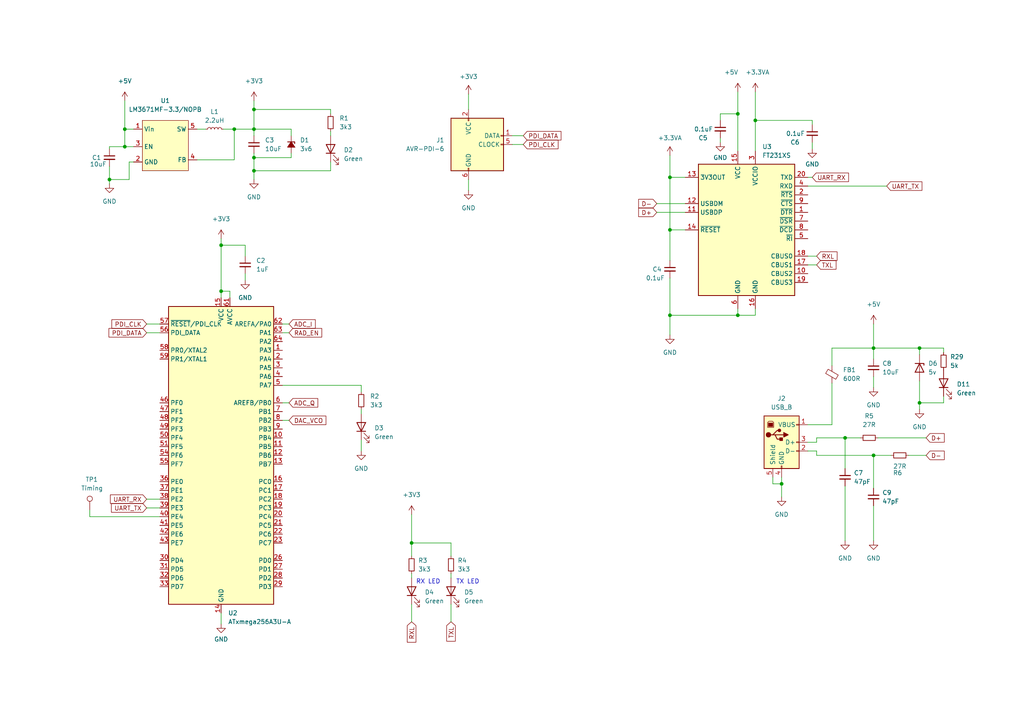
<source format=kicad_sch>
(kicad_sch (version 20230121) (generator eeschema)

  (uuid 0b5ed79a-f774-44ce-86c0-1e19f92e236d)

  (paper "A4")

  (title_block
    (title "Doppler Debug Board (Digital)")
    (date "2023-09-18")
    (rev "AB")
  )

  (lib_symbols
    (symbol "Connector:AVR-PDI-6" (pin_names (offset 1.016)) (in_bom yes) (on_board yes)
      (property "Reference" "J" (at -6.35 8.89 0)
        (effects (font (size 1.27 1.27)) (justify left))
      )
      (property "Value" "AVR-PDI-6" (at 0 8.89 0)
        (effects (font (size 1.27 1.27)) (justify left))
      )
      (property "Footprint" "" (at -6.35 -1.27 90)
        (effects (font (size 1.27 1.27)) hide)
      )
      (property "Datasheet" " ~" (at -32.385 -13.97 0)
        (effects (font (size 1.27 1.27)) hide)
      )
      (property "ki_keywords" "AVR PDI Connector" (at 0 0 0)
        (effects (font (size 1.27 1.27)) hide)
      )
      (property "ki_description" "Atmel 6-pin PDI connector" (at 0 0 0)
        (effects (font (size 1.27 1.27)) hide)
      )
      (property "ki_fp_filters" "IDC?Header*2x03* Pin?Header*2x03*" (at 0 0 0)
        (effects (font (size 1.27 1.27)) hide)
      )
      (symbol "AVR-PDI-6_0_1"
        (rectangle (start -2.667 -6.858) (end -2.413 -7.62)
          (stroke (width 0) (type default))
          (fill (type none))
        )
        (rectangle (start -2.667 7.62) (end -2.413 6.858)
          (stroke (width 0) (type default))
          (fill (type none))
        )
        (rectangle (start 7.62 0.127) (end 6.858 -0.127)
          (stroke (width 0) (type default))
          (fill (type none))
        )
        (rectangle (start 7.62 2.667) (end 6.858 2.413)
          (stroke (width 0) (type default))
          (fill (type none))
        )
        (rectangle (start 7.62 7.62) (end -7.62 -7.62)
          (stroke (width 0.254) (type default))
          (fill (type background))
        )
      )
      (symbol "AVR-PDI-6_1_1"
        (pin passive line (at 10.16 2.54 180) (length 2.54)
          (name "DATA" (effects (font (size 1.27 1.27))))
          (number "1" (effects (font (size 1.27 1.27))))
        )
        (pin passive line (at -2.54 10.16 270) (length 2.54)
          (name "VCC" (effects (font (size 1.27 1.27))))
          (number "2" (effects (font (size 1.27 1.27))))
        )
        (pin no_connect line (at 7.62 -2.54 180) (length 2.54) hide
          (name "NC" (effects (font (size 1.27 1.27))))
          (number "3" (effects (font (size 1.27 1.27))))
        )
        (pin no_connect line (at 7.62 -5.08 180) (length 2.54) hide
          (name "NC" (effects (font (size 1.27 1.27))))
          (number "4" (effects (font (size 1.27 1.27))))
        )
        (pin passive line (at 10.16 0 180) (length 2.54)
          (name "CLOCK" (effects (font (size 1.27 1.27))))
          (number "5" (effects (font (size 1.27 1.27))))
        )
        (pin passive line (at -2.54 -10.16 90) (length 2.54)
          (name "GND" (effects (font (size 1.27 1.27))))
          (number "6" (effects (font (size 1.27 1.27))))
        )
      )
    )
    (symbol "Connector:TestPoint" (pin_numbers hide) (pin_names (offset 0.762) hide) (in_bom yes) (on_board yes)
      (property "Reference" "TP" (at 0 6.858 0)
        (effects (font (size 1.27 1.27)))
      )
      (property "Value" "TestPoint" (at 0 5.08 0)
        (effects (font (size 1.27 1.27)))
      )
      (property "Footprint" "" (at 5.08 0 0)
        (effects (font (size 1.27 1.27)) hide)
      )
      (property "Datasheet" "~" (at 5.08 0 0)
        (effects (font (size 1.27 1.27)) hide)
      )
      (property "ki_keywords" "test point tp" (at 0 0 0)
        (effects (font (size 1.27 1.27)) hide)
      )
      (property "ki_description" "test point" (at 0 0 0)
        (effects (font (size 1.27 1.27)) hide)
      )
      (property "ki_fp_filters" "Pin* Test*" (at 0 0 0)
        (effects (font (size 1.27 1.27)) hide)
      )
      (symbol "TestPoint_0_1"
        (circle (center 0 3.302) (radius 0.762)
          (stroke (width 0) (type default))
          (fill (type none))
        )
      )
      (symbol "TestPoint_1_1"
        (pin passive line (at 0 0 90) (length 2.54)
          (name "1" (effects (font (size 1.27 1.27))))
          (number "1" (effects (font (size 1.27 1.27))))
        )
      )
    )
    (symbol "Connector:USB_B" (pin_names (offset 1.016)) (in_bom yes) (on_board yes)
      (property "Reference" "J" (at -5.08 11.43 0)
        (effects (font (size 1.27 1.27)) (justify left))
      )
      (property "Value" "USB_B" (at -5.08 8.89 0)
        (effects (font (size 1.27 1.27)) (justify left))
      )
      (property "Footprint" "" (at 3.81 -1.27 0)
        (effects (font (size 1.27 1.27)) hide)
      )
      (property "Datasheet" " ~" (at 3.81 -1.27 0)
        (effects (font (size 1.27 1.27)) hide)
      )
      (property "ki_keywords" "connector USB" (at 0 0 0)
        (effects (font (size 1.27 1.27)) hide)
      )
      (property "ki_description" "USB Type B connector" (at 0 0 0)
        (effects (font (size 1.27 1.27)) hide)
      )
      (property "ki_fp_filters" "USB*" (at 0 0 0)
        (effects (font (size 1.27 1.27)) hide)
      )
      (symbol "USB_B_0_1"
        (rectangle (start -5.08 -7.62) (end 5.08 7.62)
          (stroke (width 0.254) (type default))
          (fill (type background))
        )
        (circle (center -3.81 2.159) (radius 0.635)
          (stroke (width 0.254) (type default))
          (fill (type outline))
        )
        (rectangle (start -3.81 5.588) (end -2.54 4.572)
          (stroke (width 0) (type default))
          (fill (type outline))
        )
        (circle (center -0.635 3.429) (radius 0.381)
          (stroke (width 0.254) (type default))
          (fill (type outline))
        )
        (rectangle (start -0.127 -7.62) (end 0.127 -6.858)
          (stroke (width 0) (type default))
          (fill (type none))
        )
        (polyline
          (pts
            (xy -1.905 2.159)
            (xy 0.635 2.159)
          )
          (stroke (width 0.254) (type default))
          (fill (type none))
        )
        (polyline
          (pts
            (xy -3.175 2.159)
            (xy -2.54 2.159)
            (xy -1.27 3.429)
            (xy -0.635 3.429)
          )
          (stroke (width 0.254) (type default))
          (fill (type none))
        )
        (polyline
          (pts
            (xy -2.54 2.159)
            (xy -1.905 2.159)
            (xy -1.27 0.889)
            (xy 0 0.889)
          )
          (stroke (width 0.254) (type default))
          (fill (type none))
        )
        (polyline
          (pts
            (xy 0.635 2.794)
            (xy 0.635 1.524)
            (xy 1.905 2.159)
            (xy 0.635 2.794)
          )
          (stroke (width 0.254) (type default))
          (fill (type outline))
        )
        (polyline
          (pts
            (xy -4.064 4.318)
            (xy -2.286 4.318)
            (xy -2.286 5.715)
            (xy -2.667 6.096)
            (xy -3.683 6.096)
            (xy -4.064 5.715)
            (xy -4.064 4.318)
          )
          (stroke (width 0) (type default))
          (fill (type none))
        )
        (rectangle (start 0.254 1.27) (end -0.508 0.508)
          (stroke (width 0.254) (type default))
          (fill (type outline))
        )
        (rectangle (start 5.08 -2.667) (end 4.318 -2.413)
          (stroke (width 0) (type default))
          (fill (type none))
        )
        (rectangle (start 5.08 -0.127) (end 4.318 0.127)
          (stroke (width 0) (type default))
          (fill (type none))
        )
        (rectangle (start 5.08 4.953) (end 4.318 5.207)
          (stroke (width 0) (type default))
          (fill (type none))
        )
      )
      (symbol "USB_B_1_1"
        (pin power_out line (at 7.62 5.08 180) (length 2.54)
          (name "VBUS" (effects (font (size 1.27 1.27))))
          (number "1" (effects (font (size 1.27 1.27))))
        )
        (pin bidirectional line (at 7.62 -2.54 180) (length 2.54)
          (name "D-" (effects (font (size 1.27 1.27))))
          (number "2" (effects (font (size 1.27 1.27))))
        )
        (pin bidirectional line (at 7.62 0 180) (length 2.54)
          (name "D+" (effects (font (size 1.27 1.27))))
          (number "3" (effects (font (size 1.27 1.27))))
        )
        (pin power_out line (at 0 -10.16 90) (length 2.54)
          (name "GND" (effects (font (size 1.27 1.27))))
          (number "4" (effects (font (size 1.27 1.27))))
        )
        (pin passive line (at -2.54 -10.16 90) (length 2.54)
          (name "Shield" (effects (font (size 1.27 1.27))))
          (number "5" (effects (font (size 1.27 1.27))))
        )
      )
    )
    (symbol "Device:C_Small" (pin_numbers hide) (pin_names (offset 0.254) hide) (in_bom yes) (on_board yes)
      (property "Reference" "C" (at 0.254 1.778 0)
        (effects (font (size 1.27 1.27)) (justify left))
      )
      (property "Value" "C_Small" (at 0.254 -2.032 0)
        (effects (font (size 1.27 1.27)) (justify left))
      )
      (property "Footprint" "" (at 0 0 0)
        (effects (font (size 1.27 1.27)) hide)
      )
      (property "Datasheet" "~" (at 0 0 0)
        (effects (font (size 1.27 1.27)) hide)
      )
      (property "ki_keywords" "capacitor cap" (at 0 0 0)
        (effects (font (size 1.27 1.27)) hide)
      )
      (property "ki_description" "Unpolarized capacitor, small symbol" (at 0 0 0)
        (effects (font (size 1.27 1.27)) hide)
      )
      (property "ki_fp_filters" "C_*" (at 0 0 0)
        (effects (font (size 1.27 1.27)) hide)
      )
      (symbol "C_Small_0_1"
        (polyline
          (pts
            (xy -1.524 -0.508)
            (xy 1.524 -0.508)
          )
          (stroke (width 0.3302) (type default))
          (fill (type none))
        )
        (polyline
          (pts
            (xy -1.524 0.508)
            (xy 1.524 0.508)
          )
          (stroke (width 0.3048) (type default))
          (fill (type none))
        )
      )
      (symbol "C_Small_1_1"
        (pin passive line (at 0 2.54 270) (length 2.032)
          (name "~" (effects (font (size 1.27 1.27))))
          (number "1" (effects (font (size 1.27 1.27))))
        )
        (pin passive line (at 0 -2.54 90) (length 2.032)
          (name "~" (effects (font (size 1.27 1.27))))
          (number "2" (effects (font (size 1.27 1.27))))
        )
      )
    )
    (symbol "Device:D_Zener" (pin_numbers hide) (pin_names (offset 1.016) hide) (in_bom yes) (on_board yes)
      (property "Reference" "D" (at 0 2.54 0)
        (effects (font (size 1.27 1.27)))
      )
      (property "Value" "D_Zener" (at 0 -2.54 0)
        (effects (font (size 1.27 1.27)))
      )
      (property "Footprint" "" (at 0 0 0)
        (effects (font (size 1.27 1.27)) hide)
      )
      (property "Datasheet" "~" (at 0 0 0)
        (effects (font (size 1.27 1.27)) hide)
      )
      (property "ki_keywords" "diode" (at 0 0 0)
        (effects (font (size 1.27 1.27)) hide)
      )
      (property "ki_description" "Zener diode" (at 0 0 0)
        (effects (font (size 1.27 1.27)) hide)
      )
      (property "ki_fp_filters" "TO-???* *_Diode_* *SingleDiode* D_*" (at 0 0 0)
        (effects (font (size 1.27 1.27)) hide)
      )
      (symbol "D_Zener_0_1"
        (polyline
          (pts
            (xy 1.27 0)
            (xy -1.27 0)
          )
          (stroke (width 0) (type default))
          (fill (type none))
        )
        (polyline
          (pts
            (xy -1.27 -1.27)
            (xy -1.27 1.27)
            (xy -0.762 1.27)
          )
          (stroke (width 0.254) (type default))
          (fill (type none))
        )
        (polyline
          (pts
            (xy 1.27 -1.27)
            (xy 1.27 1.27)
            (xy -1.27 0)
            (xy 1.27 -1.27)
          )
          (stroke (width 0.254) (type default))
          (fill (type none))
        )
      )
      (symbol "D_Zener_1_1"
        (pin passive line (at -3.81 0 0) (length 2.54)
          (name "K" (effects (font (size 1.27 1.27))))
          (number "1" (effects (font (size 1.27 1.27))))
        )
        (pin passive line (at 3.81 0 180) (length 2.54)
          (name "A" (effects (font (size 1.27 1.27))))
          (number "2" (effects (font (size 1.27 1.27))))
        )
      )
    )
    (symbol "Device:D_Zener_Small_Filled" (pin_numbers hide) (pin_names (offset 0.254) hide) (in_bom yes) (on_board yes)
      (property "Reference" "D" (at 0 2.286 0)
        (effects (font (size 1.27 1.27)))
      )
      (property "Value" "D_Zener_Small_Filled" (at 0 -2.286 0)
        (effects (font (size 1.27 1.27)))
      )
      (property "Footprint" "" (at 0 0 90)
        (effects (font (size 1.27 1.27)) hide)
      )
      (property "Datasheet" "~" (at 0 0 90)
        (effects (font (size 1.27 1.27)) hide)
      )
      (property "ki_keywords" "diode" (at 0 0 0)
        (effects (font (size 1.27 1.27)) hide)
      )
      (property "ki_description" "Zener diode, small symbol, filled shape" (at 0 0 0)
        (effects (font (size 1.27 1.27)) hide)
      )
      (property "ki_fp_filters" "TO-???* *_Diode_* *SingleDiode* D_*" (at 0 0 0)
        (effects (font (size 1.27 1.27)) hide)
      )
      (symbol "D_Zener_Small_Filled_0_1"
        (polyline
          (pts
            (xy 0.762 0)
            (xy -0.762 0)
          )
          (stroke (width 0) (type default))
          (fill (type none))
        )
        (polyline
          (pts
            (xy -0.254 1.016)
            (xy -0.762 1.016)
            (xy -0.762 -1.016)
          )
          (stroke (width 0.254) (type default))
          (fill (type none))
        )
        (polyline
          (pts
            (xy 0.762 1.016)
            (xy -0.762 0)
            (xy 0.762 -1.016)
            (xy 0.762 1.016)
          )
          (stroke (width 0.254) (type default))
          (fill (type outline))
        )
      )
      (symbol "D_Zener_Small_Filled_1_1"
        (pin passive line (at -2.54 0 0) (length 1.778)
          (name "K" (effects (font (size 1.27 1.27))))
          (number "1" (effects (font (size 1.27 1.27))))
        )
        (pin passive line (at 2.54 0 180) (length 1.778)
          (name "A" (effects (font (size 1.27 1.27))))
          (number "2" (effects (font (size 1.27 1.27))))
        )
      )
    )
    (symbol "Device:FerriteBead_Small" (pin_numbers hide) (pin_names (offset 0)) (in_bom yes) (on_board yes)
      (property "Reference" "FB" (at 1.905 1.27 0)
        (effects (font (size 1.27 1.27)) (justify left))
      )
      (property "Value" "FerriteBead_Small" (at 1.905 -1.27 0)
        (effects (font (size 1.27 1.27)) (justify left))
      )
      (property "Footprint" "" (at -1.778 0 90)
        (effects (font (size 1.27 1.27)) hide)
      )
      (property "Datasheet" "~" (at 0 0 0)
        (effects (font (size 1.27 1.27)) hide)
      )
      (property "ki_keywords" "L ferrite bead inductor filter" (at 0 0 0)
        (effects (font (size 1.27 1.27)) hide)
      )
      (property "ki_description" "Ferrite bead, small symbol" (at 0 0 0)
        (effects (font (size 1.27 1.27)) hide)
      )
      (property "ki_fp_filters" "Inductor_* L_* *Ferrite*" (at 0 0 0)
        (effects (font (size 1.27 1.27)) hide)
      )
      (symbol "FerriteBead_Small_0_1"
        (polyline
          (pts
            (xy 0 -1.27)
            (xy 0 -0.7874)
          )
          (stroke (width 0) (type default))
          (fill (type none))
        )
        (polyline
          (pts
            (xy 0 0.889)
            (xy 0 1.2954)
          )
          (stroke (width 0) (type default))
          (fill (type none))
        )
        (polyline
          (pts
            (xy -1.8288 0.2794)
            (xy -1.1176 1.4986)
            (xy 1.8288 -0.2032)
            (xy 1.1176 -1.4224)
            (xy -1.8288 0.2794)
          )
          (stroke (width 0) (type default))
          (fill (type none))
        )
      )
      (symbol "FerriteBead_Small_1_1"
        (pin passive line (at 0 2.54 270) (length 1.27)
          (name "~" (effects (font (size 1.27 1.27))))
          (number "1" (effects (font (size 1.27 1.27))))
        )
        (pin passive line (at 0 -2.54 90) (length 1.27)
          (name "~" (effects (font (size 1.27 1.27))))
          (number "2" (effects (font (size 1.27 1.27))))
        )
      )
    )
    (symbol "Device:LED" (pin_numbers hide) (pin_names (offset 1.016) hide) (in_bom yes) (on_board yes)
      (property "Reference" "D" (at 0 2.54 0)
        (effects (font (size 1.27 1.27)))
      )
      (property "Value" "LED" (at 0 -2.54 0)
        (effects (font (size 1.27 1.27)))
      )
      (property "Footprint" "" (at 0 0 0)
        (effects (font (size 1.27 1.27)) hide)
      )
      (property "Datasheet" "~" (at 0 0 0)
        (effects (font (size 1.27 1.27)) hide)
      )
      (property "ki_keywords" "LED diode" (at 0 0 0)
        (effects (font (size 1.27 1.27)) hide)
      )
      (property "ki_description" "Light emitting diode" (at 0 0 0)
        (effects (font (size 1.27 1.27)) hide)
      )
      (property "ki_fp_filters" "LED* LED_SMD:* LED_THT:*" (at 0 0 0)
        (effects (font (size 1.27 1.27)) hide)
      )
      (symbol "LED_0_1"
        (polyline
          (pts
            (xy -1.27 -1.27)
            (xy -1.27 1.27)
          )
          (stroke (width 0.254) (type default))
          (fill (type none))
        )
        (polyline
          (pts
            (xy -1.27 0)
            (xy 1.27 0)
          )
          (stroke (width 0) (type default))
          (fill (type none))
        )
        (polyline
          (pts
            (xy 1.27 -1.27)
            (xy 1.27 1.27)
            (xy -1.27 0)
            (xy 1.27 -1.27)
          )
          (stroke (width 0.254) (type default))
          (fill (type none))
        )
        (polyline
          (pts
            (xy -3.048 -0.762)
            (xy -4.572 -2.286)
            (xy -3.81 -2.286)
            (xy -4.572 -2.286)
            (xy -4.572 -1.524)
          )
          (stroke (width 0) (type default))
          (fill (type none))
        )
        (polyline
          (pts
            (xy -1.778 -0.762)
            (xy -3.302 -2.286)
            (xy -2.54 -2.286)
            (xy -3.302 -2.286)
            (xy -3.302 -1.524)
          )
          (stroke (width 0) (type default))
          (fill (type none))
        )
      )
      (symbol "LED_1_1"
        (pin passive line (at -3.81 0 0) (length 2.54)
          (name "K" (effects (font (size 1.27 1.27))))
          (number "1" (effects (font (size 1.27 1.27))))
        )
        (pin passive line (at 3.81 0 180) (length 2.54)
          (name "A" (effects (font (size 1.27 1.27))))
          (number "2" (effects (font (size 1.27 1.27))))
        )
      )
    )
    (symbol "Device:L_Small" (pin_numbers hide) (pin_names (offset 0.254) hide) (in_bom yes) (on_board yes)
      (property "Reference" "L" (at 0.762 1.016 0)
        (effects (font (size 1.27 1.27)) (justify left))
      )
      (property "Value" "L_Small" (at 0.762 -1.016 0)
        (effects (font (size 1.27 1.27)) (justify left))
      )
      (property "Footprint" "" (at 0 0 0)
        (effects (font (size 1.27 1.27)) hide)
      )
      (property "Datasheet" "~" (at 0 0 0)
        (effects (font (size 1.27 1.27)) hide)
      )
      (property "ki_keywords" "inductor choke coil reactor magnetic" (at 0 0 0)
        (effects (font (size 1.27 1.27)) hide)
      )
      (property "ki_description" "Inductor, small symbol" (at 0 0 0)
        (effects (font (size 1.27 1.27)) hide)
      )
      (property "ki_fp_filters" "Choke_* *Coil* Inductor_* L_*" (at 0 0 0)
        (effects (font (size 1.27 1.27)) hide)
      )
      (symbol "L_Small_0_1"
        (arc (start 0 -2.032) (mid 0.5058 -1.524) (end 0 -1.016)
          (stroke (width 0) (type default))
          (fill (type none))
        )
        (arc (start 0 -1.016) (mid 0.5058 -0.508) (end 0 0)
          (stroke (width 0) (type default))
          (fill (type none))
        )
        (arc (start 0 0) (mid 0.5058 0.508) (end 0 1.016)
          (stroke (width 0) (type default))
          (fill (type none))
        )
        (arc (start 0 1.016) (mid 0.5058 1.524) (end 0 2.032)
          (stroke (width 0) (type default))
          (fill (type none))
        )
      )
      (symbol "L_Small_1_1"
        (pin passive line (at 0 2.54 270) (length 0.508)
          (name "~" (effects (font (size 1.27 1.27))))
          (number "1" (effects (font (size 1.27 1.27))))
        )
        (pin passive line (at 0 -2.54 90) (length 0.508)
          (name "~" (effects (font (size 1.27 1.27))))
          (number "2" (effects (font (size 1.27 1.27))))
        )
      )
    )
    (symbol "Device:R_Small" (pin_numbers hide) (pin_names (offset 0.254) hide) (in_bom yes) (on_board yes)
      (property "Reference" "R" (at 0.762 0.508 0)
        (effects (font (size 1.27 1.27)) (justify left))
      )
      (property "Value" "R_Small" (at 0.762 -1.016 0)
        (effects (font (size 1.27 1.27)) (justify left))
      )
      (property "Footprint" "" (at 0 0 0)
        (effects (font (size 1.27 1.27)) hide)
      )
      (property "Datasheet" "~" (at 0 0 0)
        (effects (font (size 1.27 1.27)) hide)
      )
      (property "ki_keywords" "R resistor" (at 0 0 0)
        (effects (font (size 1.27 1.27)) hide)
      )
      (property "ki_description" "Resistor, small symbol" (at 0 0 0)
        (effects (font (size 1.27 1.27)) hide)
      )
      (property "ki_fp_filters" "R_*" (at 0 0 0)
        (effects (font (size 1.27 1.27)) hide)
      )
      (symbol "R_Small_0_1"
        (rectangle (start -0.762 1.778) (end 0.762 -1.778)
          (stroke (width 0.2032) (type default))
          (fill (type none))
        )
      )
      (symbol "R_Small_1_1"
        (pin passive line (at 0 2.54 270) (length 0.762)
          (name "~" (effects (font (size 1.27 1.27))))
          (number "1" (effects (font (size 1.27 1.27))))
        )
        (pin passive line (at 0 -2.54 90) (length 0.762)
          (name "~" (effects (font (size 1.27 1.27))))
          (number "2" (effects (font (size 1.27 1.27))))
        )
      )
    )
    (symbol "Interface_USB:FT231XS" (in_bom yes) (on_board yes)
      (property "Reference" "U" (at -13.97 20.32 0)
        (effects (font (size 1.27 1.27)) (justify left))
      )
      (property "Value" "FT231XS" (at 7.62 20.32 0)
        (effects (font (size 1.27 1.27)) (justify left))
      )
      (property "Footprint" "Package_SO:SSOP-20_3.9x8.7mm_P0.635mm" (at 25.4 -20.32 0)
        (effects (font (size 1.27 1.27)) hide)
      )
      (property "Datasheet" "https://www.ftdichip.com/Support/Documents/DataSheets/ICs/DS_FT231X.pdf" (at 0 0 0)
        (effects (font (size 1.27 1.27)) hide)
      )
      (property "ki_keywords" "FTDI USB UART interface converter" (at 0 0 0)
        (effects (font (size 1.27 1.27)) hide)
      )
      (property "ki_description" "Full Speed USB to Full Handshake UART, SSOP-20" (at 0 0 0)
        (effects (font (size 1.27 1.27)) hide)
      )
      (property "ki_fp_filters" "*SSOP*3.9x8.7mm*P0.635mm*" (at 0 0 0)
        (effects (font (size 1.27 1.27)) hide)
      )
      (symbol "FT231XS_0_1"
        (rectangle (start -13.97 19.05) (end 13.97 -19.05)
          (stroke (width 0.254) (type default))
          (fill (type background))
        )
      )
      (symbol "FT231XS_1_1"
        (pin output line (at 17.78 5.08 180) (length 3.81)
          (name "~{DTR}" (effects (font (size 1.27 1.27))))
          (number "1" (effects (font (size 1.27 1.27))))
        )
        (pin bidirectional line (at 17.78 -12.7 180) (length 3.81)
          (name "CBUS2" (effects (font (size 1.27 1.27))))
          (number "10" (effects (font (size 1.27 1.27))))
        )
        (pin bidirectional line (at -17.78 5.08 0) (length 3.81)
          (name "USBDP" (effects (font (size 1.27 1.27))))
          (number "11" (effects (font (size 1.27 1.27))))
        )
        (pin bidirectional line (at -17.78 7.62 0) (length 3.81)
          (name "USBDM" (effects (font (size 1.27 1.27))))
          (number "12" (effects (font (size 1.27 1.27))))
        )
        (pin power_out line (at -17.78 15.24 0) (length 3.81)
          (name "3V3OUT" (effects (font (size 1.27 1.27))))
          (number "13" (effects (font (size 1.27 1.27))))
        )
        (pin input line (at -17.78 0 0) (length 3.81)
          (name "~{RESET}" (effects (font (size 1.27 1.27))))
          (number "14" (effects (font (size 1.27 1.27))))
        )
        (pin power_in line (at -2.54 22.86 270) (length 3.81)
          (name "VCC" (effects (font (size 1.27 1.27))))
          (number "15" (effects (font (size 1.27 1.27))))
        )
        (pin power_in line (at 2.54 -22.86 90) (length 3.81)
          (name "GND" (effects (font (size 1.27 1.27))))
          (number "16" (effects (font (size 1.27 1.27))))
        )
        (pin bidirectional line (at 17.78 -10.16 180) (length 3.81)
          (name "CBUS1" (effects (font (size 1.27 1.27))))
          (number "17" (effects (font (size 1.27 1.27))))
        )
        (pin bidirectional line (at 17.78 -7.62 180) (length 3.81)
          (name "CBUS0" (effects (font (size 1.27 1.27))))
          (number "18" (effects (font (size 1.27 1.27))))
        )
        (pin bidirectional line (at 17.78 -15.24 180) (length 3.81)
          (name "CBUS3" (effects (font (size 1.27 1.27))))
          (number "19" (effects (font (size 1.27 1.27))))
        )
        (pin output line (at 17.78 10.16 180) (length 3.81)
          (name "~{RTS}" (effects (font (size 1.27 1.27))))
          (number "2" (effects (font (size 1.27 1.27))))
        )
        (pin output line (at 17.78 15.24 180) (length 3.81)
          (name "TXD" (effects (font (size 1.27 1.27))))
          (number "20" (effects (font (size 1.27 1.27))))
        )
        (pin power_in line (at 2.54 22.86 270) (length 3.81)
          (name "VCCIO" (effects (font (size 1.27 1.27))))
          (number "3" (effects (font (size 1.27 1.27))))
        )
        (pin input line (at 17.78 12.7 180) (length 3.81)
          (name "RXD" (effects (font (size 1.27 1.27))))
          (number "4" (effects (font (size 1.27 1.27))))
        )
        (pin input line (at 17.78 -2.54 180) (length 3.81)
          (name "~{RI}" (effects (font (size 1.27 1.27))))
          (number "5" (effects (font (size 1.27 1.27))))
        )
        (pin power_in line (at -2.54 -22.86 90) (length 3.81)
          (name "GND" (effects (font (size 1.27 1.27))))
          (number "6" (effects (font (size 1.27 1.27))))
        )
        (pin input line (at 17.78 2.54 180) (length 3.81)
          (name "~{DSR}" (effects (font (size 1.27 1.27))))
          (number "7" (effects (font (size 1.27 1.27))))
        )
        (pin input line (at 17.78 0 180) (length 3.81)
          (name "~{DCD}" (effects (font (size 1.27 1.27))))
          (number "8" (effects (font (size 1.27 1.27))))
        )
        (pin input line (at 17.78 7.62 180) (length 3.81)
          (name "~{CTS}" (effects (font (size 1.27 1.27))))
          (number "9" (effects (font (size 1.27 1.27))))
        )
      )
    )
    (symbol "MCU_Microchip_ATmega:ATxmega256A3U-A" (in_bom yes) (on_board yes)
      (property "Reference" "U" (at -15.24 44.45 0)
        (effects (font (size 1.27 1.27)) (justify left bottom))
      )
      (property "Value" "ATxmega256A3U-A" (at 2.54 -44.45 0)
        (effects (font (size 1.27 1.27)) (justify left top))
      )
      (property "Footprint" "Package_QFP:TQFP-64_14x14mm_P0.8mm" (at 0 0 0)
        (effects (font (size 1.27 1.27) italic) hide)
      )
      (property "Datasheet" "http://ww1.microchip.com/downloads/en/DeviceDoc/Atmel-8386-8-and-16-bit-AVR-Microcontroller-ATxmega64A3U-128A3U-192A3U-256A3U_datasheet.pdf" (at 0 0 0)
        (effects (font (size 1.27 1.27)) hide)
      )
      (property "ki_keywords" "AVR 8/16bit Microcontroller XMegaAVR" (at 0 0 0)
        (effects (font (size 1.27 1.27)) hide)
      )
      (property "ki_description" "32MHz, 256kB Flash, 8kB Boot, 16kB SRAM, 4kB EEPROM, JTAG, USB, TQFP-64" (at 0 0 0)
        (effects (font (size 1.27 1.27)) hide)
      )
      (property "ki_fp_filters" "TQFP*14x14mm*P0.8mm*" (at 0 0 0)
        (effects (font (size 1.27 1.27)) hide)
      )
      (symbol "ATxmega256A3U-A_0_1"
        (rectangle (start -15.24 -43.18) (end 15.24 43.18)
          (stroke (width 0.254) (type default))
          (fill (type background))
        )
      )
      (symbol "ATxmega256A3U-A_1_1"
        (pin bidirectional line (at 17.78 30.48 180) (length 2.54)
          (name "PA3" (effects (font (size 1.27 1.27))))
          (number "1" (effects (font (size 1.27 1.27))))
        )
        (pin bidirectional line (at 17.78 5.08 180) (length 2.54)
          (name "PB4" (effects (font (size 1.27 1.27))))
          (number "10" (effects (font (size 1.27 1.27))))
        )
        (pin bidirectional line (at 17.78 2.54 180) (length 2.54)
          (name "PB5" (effects (font (size 1.27 1.27))))
          (number "11" (effects (font (size 1.27 1.27))))
        )
        (pin bidirectional line (at 17.78 0 180) (length 2.54)
          (name "PB6" (effects (font (size 1.27 1.27))))
          (number "12" (effects (font (size 1.27 1.27))))
        )
        (pin bidirectional line (at 17.78 -2.54 180) (length 2.54)
          (name "PB7" (effects (font (size 1.27 1.27))))
          (number "13" (effects (font (size 1.27 1.27))))
        )
        (pin power_in line (at 0 -45.72 90) (length 2.54)
          (name "GND" (effects (font (size 1.27 1.27))))
          (number "14" (effects (font (size 1.27 1.27))))
        )
        (pin power_in line (at 0 45.72 270) (length 2.54)
          (name "VCC" (effects (font (size 1.27 1.27))))
          (number "15" (effects (font (size 1.27 1.27))))
        )
        (pin bidirectional line (at 17.78 -7.62 180) (length 2.54)
          (name "PC0" (effects (font (size 1.27 1.27))))
          (number "16" (effects (font (size 1.27 1.27))))
        )
        (pin bidirectional line (at 17.78 -10.16 180) (length 2.54)
          (name "PC1" (effects (font (size 1.27 1.27))))
          (number "17" (effects (font (size 1.27 1.27))))
        )
        (pin bidirectional line (at 17.78 -12.7 180) (length 2.54)
          (name "PC2" (effects (font (size 1.27 1.27))))
          (number "18" (effects (font (size 1.27 1.27))))
        )
        (pin bidirectional line (at 17.78 -15.24 180) (length 2.54)
          (name "PC3" (effects (font (size 1.27 1.27))))
          (number "19" (effects (font (size 1.27 1.27))))
        )
        (pin bidirectional line (at 17.78 27.94 180) (length 2.54)
          (name "PA4" (effects (font (size 1.27 1.27))))
          (number "2" (effects (font (size 1.27 1.27))))
        )
        (pin bidirectional line (at 17.78 -17.78 180) (length 2.54)
          (name "PC4" (effects (font (size 1.27 1.27))))
          (number "20" (effects (font (size 1.27 1.27))))
        )
        (pin bidirectional line (at 17.78 -20.32 180) (length 2.54)
          (name "PC5" (effects (font (size 1.27 1.27))))
          (number "21" (effects (font (size 1.27 1.27))))
        )
        (pin bidirectional line (at 17.78 -22.86 180) (length 2.54)
          (name "PC6" (effects (font (size 1.27 1.27))))
          (number "22" (effects (font (size 1.27 1.27))))
        )
        (pin bidirectional line (at 17.78 -25.4 180) (length 2.54)
          (name "PC7" (effects (font (size 1.27 1.27))))
          (number "23" (effects (font (size 1.27 1.27))))
        )
        (pin passive line (at 0 -45.72 90) (length 2.54) hide
          (name "GND" (effects (font (size 1.27 1.27))))
          (number "24" (effects (font (size 1.27 1.27))))
        )
        (pin passive line (at 0 45.72 270) (length 2.54) hide
          (name "VCC" (effects (font (size 1.27 1.27))))
          (number "25" (effects (font (size 1.27 1.27))))
        )
        (pin bidirectional line (at 17.78 -30.48 180) (length 2.54)
          (name "PD0" (effects (font (size 1.27 1.27))))
          (number "26" (effects (font (size 1.27 1.27))))
        )
        (pin bidirectional line (at 17.78 -33.02 180) (length 2.54)
          (name "PD1" (effects (font (size 1.27 1.27))))
          (number "27" (effects (font (size 1.27 1.27))))
        )
        (pin bidirectional line (at 17.78 -35.56 180) (length 2.54)
          (name "PD2" (effects (font (size 1.27 1.27))))
          (number "28" (effects (font (size 1.27 1.27))))
        )
        (pin bidirectional line (at 17.78 -38.1 180) (length 2.54)
          (name "PD3" (effects (font (size 1.27 1.27))))
          (number "29" (effects (font (size 1.27 1.27))))
        )
        (pin bidirectional line (at 17.78 25.4 180) (length 2.54)
          (name "PA5" (effects (font (size 1.27 1.27))))
          (number "3" (effects (font (size 1.27 1.27))))
        )
        (pin bidirectional line (at -17.78 -30.48 0) (length 2.54)
          (name "PD4" (effects (font (size 1.27 1.27))))
          (number "30" (effects (font (size 1.27 1.27))))
        )
        (pin bidirectional line (at -17.78 -33.02 0) (length 2.54)
          (name "PD5" (effects (font (size 1.27 1.27))))
          (number "31" (effects (font (size 1.27 1.27))))
        )
        (pin bidirectional line (at -17.78 -35.56 0) (length 2.54)
          (name "PD6" (effects (font (size 1.27 1.27))))
          (number "32" (effects (font (size 1.27 1.27))))
        )
        (pin bidirectional line (at -17.78 -38.1 0) (length 2.54)
          (name "PD7" (effects (font (size 1.27 1.27))))
          (number "33" (effects (font (size 1.27 1.27))))
        )
        (pin passive line (at 0 -45.72 90) (length 2.54) hide
          (name "GND" (effects (font (size 1.27 1.27))))
          (number "34" (effects (font (size 1.27 1.27))))
        )
        (pin passive line (at 0 45.72 270) (length 2.54) hide
          (name "VCC" (effects (font (size 1.27 1.27))))
          (number "35" (effects (font (size 1.27 1.27))))
        )
        (pin bidirectional line (at -17.78 -7.62 0) (length 2.54)
          (name "PE0" (effects (font (size 1.27 1.27))))
          (number "36" (effects (font (size 1.27 1.27))))
        )
        (pin bidirectional line (at -17.78 -10.16 0) (length 2.54)
          (name "PE1" (effects (font (size 1.27 1.27))))
          (number "37" (effects (font (size 1.27 1.27))))
        )
        (pin bidirectional line (at -17.78 -12.7 0) (length 2.54)
          (name "PE2" (effects (font (size 1.27 1.27))))
          (number "38" (effects (font (size 1.27 1.27))))
        )
        (pin bidirectional line (at -17.78 -15.24 0) (length 2.54)
          (name "PE3" (effects (font (size 1.27 1.27))))
          (number "39" (effects (font (size 1.27 1.27))))
        )
        (pin bidirectional line (at 17.78 22.86 180) (length 2.54)
          (name "PA6" (effects (font (size 1.27 1.27))))
          (number "4" (effects (font (size 1.27 1.27))))
        )
        (pin bidirectional line (at -17.78 -17.78 0) (length 2.54)
          (name "PE4" (effects (font (size 1.27 1.27))))
          (number "40" (effects (font (size 1.27 1.27))))
        )
        (pin bidirectional line (at -17.78 -20.32 0) (length 2.54)
          (name "PE5" (effects (font (size 1.27 1.27))))
          (number "41" (effects (font (size 1.27 1.27))))
        )
        (pin bidirectional line (at -17.78 -22.86 0) (length 2.54)
          (name "PE6" (effects (font (size 1.27 1.27))))
          (number "42" (effects (font (size 1.27 1.27))))
        )
        (pin bidirectional line (at -17.78 -25.4 0) (length 2.54)
          (name "PE7" (effects (font (size 1.27 1.27))))
          (number "43" (effects (font (size 1.27 1.27))))
        )
        (pin passive line (at 0 -45.72 90) (length 2.54) hide
          (name "GND" (effects (font (size 1.27 1.27))))
          (number "44" (effects (font (size 1.27 1.27))))
        )
        (pin passive line (at 0 45.72 270) (length 2.54) hide
          (name "VCC" (effects (font (size 1.27 1.27))))
          (number "45" (effects (font (size 1.27 1.27))))
        )
        (pin bidirectional line (at -17.78 15.24 0) (length 2.54)
          (name "PF0" (effects (font (size 1.27 1.27))))
          (number "46" (effects (font (size 1.27 1.27))))
        )
        (pin bidirectional line (at -17.78 12.7 0) (length 2.54)
          (name "PF1" (effects (font (size 1.27 1.27))))
          (number "47" (effects (font (size 1.27 1.27))))
        )
        (pin bidirectional line (at -17.78 10.16 0) (length 2.54)
          (name "PF2" (effects (font (size 1.27 1.27))))
          (number "48" (effects (font (size 1.27 1.27))))
        )
        (pin bidirectional line (at -17.78 7.62 0) (length 2.54)
          (name "PF3" (effects (font (size 1.27 1.27))))
          (number "49" (effects (font (size 1.27 1.27))))
        )
        (pin bidirectional line (at 17.78 20.32 180) (length 2.54)
          (name "PA7" (effects (font (size 1.27 1.27))))
          (number "5" (effects (font (size 1.27 1.27))))
        )
        (pin bidirectional line (at -17.78 5.08 0) (length 2.54)
          (name "PF4" (effects (font (size 1.27 1.27))))
          (number "50" (effects (font (size 1.27 1.27))))
        )
        (pin bidirectional line (at -17.78 2.54 0) (length 2.54)
          (name "PF5" (effects (font (size 1.27 1.27))))
          (number "51" (effects (font (size 1.27 1.27))))
        )
        (pin passive line (at 0 -45.72 90) (length 2.54) hide
          (name "GND" (effects (font (size 1.27 1.27))))
          (number "52" (effects (font (size 1.27 1.27))))
        )
        (pin passive line (at 0 45.72 270) (length 2.54) hide
          (name "VCC" (effects (font (size 1.27 1.27))))
          (number "53" (effects (font (size 1.27 1.27))))
        )
        (pin bidirectional line (at -17.78 0 0) (length 2.54)
          (name "PF6" (effects (font (size 1.27 1.27))))
          (number "54" (effects (font (size 1.27 1.27))))
        )
        (pin bidirectional line (at -17.78 -2.54 0) (length 2.54)
          (name "PF7" (effects (font (size 1.27 1.27))))
          (number "55" (effects (font (size 1.27 1.27))))
        )
        (pin bidirectional line (at -17.78 35.56 0) (length 2.54)
          (name "PDI_DATA" (effects (font (size 1.27 1.27))))
          (number "56" (effects (font (size 1.27 1.27))))
        )
        (pin input line (at -17.78 38.1 0) (length 2.54)
          (name "~{RESET}/PDI_CLK" (effects (font (size 1.27 1.27))))
          (number "57" (effects (font (size 1.27 1.27))))
        )
        (pin bidirectional line (at -17.78 30.48 0) (length 2.54)
          (name "PR0/XTAL2" (effects (font (size 1.27 1.27))))
          (number "58" (effects (font (size 1.27 1.27))))
        )
        (pin bidirectional line (at -17.78 27.94 0) (length 2.54)
          (name "PR1/XTAL1" (effects (font (size 1.27 1.27))))
          (number "59" (effects (font (size 1.27 1.27))))
        )
        (pin bidirectional line (at 17.78 15.24 180) (length 2.54)
          (name "AREFB/PB0" (effects (font (size 1.27 1.27))))
          (number "6" (effects (font (size 1.27 1.27))))
        )
        (pin passive line (at 0 -45.72 90) (length 2.54) hide
          (name "GND" (effects (font (size 1.27 1.27))))
          (number "60" (effects (font (size 1.27 1.27))))
        )
        (pin power_in line (at 2.54 45.72 270) (length 2.54)
          (name "AVCC" (effects (font (size 1.27 1.27))))
          (number "61" (effects (font (size 1.27 1.27))))
        )
        (pin bidirectional line (at 17.78 38.1 180) (length 2.54)
          (name "AREFA/PA0" (effects (font (size 1.27 1.27))))
          (number "62" (effects (font (size 1.27 1.27))))
        )
        (pin bidirectional line (at 17.78 35.56 180) (length 2.54)
          (name "PA1" (effects (font (size 1.27 1.27))))
          (number "63" (effects (font (size 1.27 1.27))))
        )
        (pin bidirectional line (at 17.78 33.02 180) (length 2.54)
          (name "PA2" (effects (font (size 1.27 1.27))))
          (number "64" (effects (font (size 1.27 1.27))))
        )
        (pin bidirectional line (at 17.78 12.7 180) (length 2.54)
          (name "PB1" (effects (font (size 1.27 1.27))))
          (number "7" (effects (font (size 1.27 1.27))))
        )
        (pin bidirectional line (at 17.78 10.16 180) (length 2.54)
          (name "PB2" (effects (font (size 1.27 1.27))))
          (number "8" (effects (font (size 1.27 1.27))))
        )
        (pin bidirectional line (at 17.78 7.62 180) (length 2.54)
          (name "PB3" (effects (font (size 1.27 1.27))))
          (number "9" (effects (font (size 1.27 1.27))))
        )
      )
    )
    (symbol "Transus_David:LM3671MF-3.3{slash}NOPB" (in_bom yes) (on_board yes)
      (property "Reference" "U?" (at -0.3175 15.24 0)
        (effects (font (size 1.27 1.27)))
      )
      (property "Value" "LM3671MF-3.3/NOPB" (at -0.3175 12.7 0)
        (effects (font (size 1.27 1.27)))
      )
      (property "Footprint" "" (at 0 -15.24 0)
        (effects (font (size 1.27 1.27)) hide)
      )
      (property "Datasheet" "" (at 0 -15.24 0)
        (effects (font (size 1.27 1.27)) hide)
      )
      (symbol "LM3671MF-3.3{slash}NOPB_0_1"
        (rectangle (start -6.985 9.525) (end 6.35 -5.08)
          (stroke (width 0) (type default))
          (fill (type background))
        )
      )
      (symbol "LM3671MF-3.3{slash}NOPB_1_1"
        (pin input line (at -9.525 6.985 0) (length 2.54)
          (name "Vin" (effects (font (size 1.27 1.27))))
          (number "1" (effects (font (size 1.27 1.27))))
        )
        (pin input line (at -9.525 -2.54 0) (length 2.54)
          (name "GND" (effects (font (size 1.27 1.27))))
          (number "2" (effects (font (size 1.27 1.27))))
        )
        (pin input line (at -9.525 1.905 0) (length 2.54)
          (name "EN" (effects (font (size 1.27 1.27))))
          (number "3" (effects (font (size 1.27 1.27))))
        )
        (pin input line (at 8.89 -1.905 180) (length 2.54)
          (name "FB" (effects (font (size 1.27 1.27))))
          (number "4" (effects (font (size 1.27 1.27))))
        )
        (pin input line (at 8.89 6.985 180) (length 2.54)
          (name "SW" (effects (font (size 1.27 1.27))))
          (number "5" (effects (font (size 1.27 1.27))))
        )
      )
    )
    (symbol "power:+3.3VA" (power) (pin_names (offset 0)) (in_bom yes) (on_board yes)
      (property "Reference" "#PWR" (at 0 -3.81 0)
        (effects (font (size 1.27 1.27)) hide)
      )
      (property "Value" "+3.3VA" (at 0 3.556 0)
        (effects (font (size 1.27 1.27)))
      )
      (property "Footprint" "" (at 0 0 0)
        (effects (font (size 1.27 1.27)) hide)
      )
      (property "Datasheet" "" (at 0 0 0)
        (effects (font (size 1.27 1.27)) hide)
      )
      (property "ki_keywords" "global power" (at 0 0 0)
        (effects (font (size 1.27 1.27)) hide)
      )
      (property "ki_description" "Power symbol creates a global label with name \"+3.3VA\"" (at 0 0 0)
        (effects (font (size 1.27 1.27)) hide)
      )
      (symbol "+3.3VA_0_1"
        (polyline
          (pts
            (xy -0.762 1.27)
            (xy 0 2.54)
          )
          (stroke (width 0) (type default))
          (fill (type none))
        )
        (polyline
          (pts
            (xy 0 0)
            (xy 0 2.54)
          )
          (stroke (width 0) (type default))
          (fill (type none))
        )
        (polyline
          (pts
            (xy 0 2.54)
            (xy 0.762 1.27)
          )
          (stroke (width 0) (type default))
          (fill (type none))
        )
      )
      (symbol "+3.3VA_1_1"
        (pin power_in line (at 0 0 90) (length 0) hide
          (name "+3.3VA" (effects (font (size 1.27 1.27))))
          (number "1" (effects (font (size 1.27 1.27))))
        )
      )
    )
    (symbol "power:+3V3" (power) (pin_names (offset 0)) (in_bom yes) (on_board yes)
      (property "Reference" "#PWR" (at 0 -3.81 0)
        (effects (font (size 1.27 1.27)) hide)
      )
      (property "Value" "+3V3" (at 0 3.556 0)
        (effects (font (size 1.27 1.27)))
      )
      (property "Footprint" "" (at 0 0 0)
        (effects (font (size 1.27 1.27)) hide)
      )
      (property "Datasheet" "" (at 0 0 0)
        (effects (font (size 1.27 1.27)) hide)
      )
      (property "ki_keywords" "power-flag" (at 0 0 0)
        (effects (font (size 1.27 1.27)) hide)
      )
      (property "ki_description" "Power symbol creates a global label with name \"+3V3\"" (at 0 0 0)
        (effects (font (size 1.27 1.27)) hide)
      )
      (symbol "+3V3_0_1"
        (polyline
          (pts
            (xy -0.762 1.27)
            (xy 0 2.54)
          )
          (stroke (width 0) (type default))
          (fill (type none))
        )
        (polyline
          (pts
            (xy 0 0)
            (xy 0 2.54)
          )
          (stroke (width 0) (type default))
          (fill (type none))
        )
        (polyline
          (pts
            (xy 0 2.54)
            (xy 0.762 1.27)
          )
          (stroke (width 0) (type default))
          (fill (type none))
        )
      )
      (symbol "+3V3_1_1"
        (pin power_in line (at 0 0 90) (length 0) hide
          (name "+3V3" (effects (font (size 1.27 1.27))))
          (number "1" (effects (font (size 1.27 1.27))))
        )
      )
    )
    (symbol "power:+5V" (power) (pin_names (offset 0)) (in_bom yes) (on_board yes)
      (property "Reference" "#PWR" (at 0 -3.81 0)
        (effects (font (size 1.27 1.27)) hide)
      )
      (property "Value" "+5V" (at 0 3.556 0)
        (effects (font (size 1.27 1.27)))
      )
      (property "Footprint" "" (at 0 0 0)
        (effects (font (size 1.27 1.27)) hide)
      )
      (property "Datasheet" "" (at 0 0 0)
        (effects (font (size 1.27 1.27)) hide)
      )
      (property "ki_keywords" "global power" (at 0 0 0)
        (effects (font (size 1.27 1.27)) hide)
      )
      (property "ki_description" "Power symbol creates a global label with name \"+5V\"" (at 0 0 0)
        (effects (font (size 1.27 1.27)) hide)
      )
      (symbol "+5V_0_1"
        (polyline
          (pts
            (xy -0.762 1.27)
            (xy 0 2.54)
          )
          (stroke (width 0) (type default))
          (fill (type none))
        )
        (polyline
          (pts
            (xy 0 0)
            (xy 0 2.54)
          )
          (stroke (width 0) (type default))
          (fill (type none))
        )
        (polyline
          (pts
            (xy 0 2.54)
            (xy 0.762 1.27)
          )
          (stroke (width 0) (type default))
          (fill (type none))
        )
      )
      (symbol "+5V_1_1"
        (pin power_in line (at 0 0 90) (length 0) hide
          (name "+5V" (effects (font (size 1.27 1.27))))
          (number "1" (effects (font (size 1.27 1.27))))
        )
      )
    )
    (symbol "power:GND" (power) (pin_names (offset 0)) (in_bom yes) (on_board yes)
      (property "Reference" "#PWR" (at 0 -6.35 0)
        (effects (font (size 1.27 1.27)) hide)
      )
      (property "Value" "GND" (at 0 -3.81 0)
        (effects (font (size 1.27 1.27)))
      )
      (property "Footprint" "" (at 0 0 0)
        (effects (font (size 1.27 1.27)) hide)
      )
      (property "Datasheet" "" (at 0 0 0)
        (effects (font (size 1.27 1.27)) hide)
      )
      (property "ki_keywords" "power-flag" (at 0 0 0)
        (effects (font (size 1.27 1.27)) hide)
      )
      (property "ki_description" "Power symbol creates a global label with name \"GND\" , ground" (at 0 0 0)
        (effects (font (size 1.27 1.27)) hide)
      )
      (symbol "GND_0_1"
        (polyline
          (pts
            (xy 0 0)
            (xy 0 -1.27)
            (xy 1.27 -1.27)
            (xy 0 -2.54)
            (xy -1.27 -1.27)
            (xy 0 -1.27)
          )
          (stroke (width 0) (type default))
          (fill (type none))
        )
      )
      (symbol "GND_1_1"
        (pin power_in line (at 0 0 270) (length 0) hide
          (name "GND" (effects (font (size 1.27 1.27))))
          (number "1" (effects (font (size 1.27 1.27))))
        )
      )
    )
  )

  (junction (at 64.135 71.12) (diameter 0) (color 0 0 0 0)
    (uuid 2c8ca070-3341-4184-b1d9-ae4e8a4acb15)
  )
  (junction (at 253.365 132.08) (diameter 0) (color 0 0 0 0)
    (uuid 3a5fc0d2-d7d3-4487-b1c2-6adc9640e11d)
  )
  (junction (at 213.995 33.02) (diameter 0) (color 0 0 0 0)
    (uuid 3c3f2835-2148-4b51-8fb2-5943ee316226)
  )
  (junction (at 73.66 49.53) (diameter 0) (color 0 0 0 0)
    (uuid 409474c3-9d23-49e1-b74c-a96bb6b72b35)
  )
  (junction (at 219.075 34.925) (diameter 0) (color 0 0 0 0)
    (uuid 44058cad-01f1-476d-b531-3cd7e2a70406)
  )
  (junction (at 266.7 100.965) (diameter 0) (color 0 0 0 0)
    (uuid 45f38f73-b076-4a46-85f6-9eb0622896cf)
  )
  (junction (at 266.7 116.84) (diameter 0) (color 0 0 0 0)
    (uuid 58089ba5-3a7a-4b22-b46b-a0309adf80df)
  )
  (junction (at 213.995 91.44) (diameter 0) (color 0 0 0 0)
    (uuid 78dd4903-168f-4128-8465-340ad2f8048e)
  )
  (junction (at 31.75 52.07) (diameter 0) (color 0 0 0 0)
    (uuid 7f232c4f-b4ce-428a-a41e-786ebafeb7e1)
  )
  (junction (at 194.31 51.435) (diameter 0) (color 0 0 0 0)
    (uuid 8738e94b-0524-435f-945e-ec7474ff5882)
  )
  (junction (at 119.38 157.48) (diameter 0) (color 0 0 0 0)
    (uuid 9c4e5c2e-13e9-44e2-8ae7-5a1635a87cdb)
  )
  (junction (at 36.195 37.465) (diameter 0) (color 0 0 0 0)
    (uuid a71bdedf-9d43-4a78-ab15-f1616be2adc8)
  )
  (junction (at 226.695 140.335) (diameter 0) (color 0 0 0 0)
    (uuid ab24d8c4-4f8f-4b77-93a5-d448d899f299)
  )
  (junction (at 67.945 37.465) (diameter 0) (color 0 0 0 0)
    (uuid b52aee23-3c5d-4060-ace4-99c54302a638)
  )
  (junction (at 73.66 37.465) (diameter 0) (color 0 0 0 0)
    (uuid be0d8bb1-7370-49a6-a368-4eef327a2374)
  )
  (junction (at 194.31 66.675) (diameter 0) (color 0 0 0 0)
    (uuid bee4331d-c999-4e5b-b748-2d3d4d3b28ef)
  )
  (junction (at 194.31 91.44) (diameter 0) (color 0 0 0 0)
    (uuid c6f4f2c1-3947-49d9-9d6e-fc94a979c91a)
  )
  (junction (at 64.135 84.455) (diameter 0) (color 0 0 0 0)
    (uuid d6b9fec2-869d-4509-9736-8304e8cbeff8)
  )
  (junction (at 73.66 31.75) (diameter 0) (color 0 0 0 0)
    (uuid de17893d-3a02-4d60-9c3a-d087ed80b226)
  )
  (junction (at 36.195 42.545) (diameter 0) (color 0 0 0 0)
    (uuid e056c8aa-2350-424e-8316-a9add0dc181a)
  )
  (junction (at 73.66 45.72) (diameter 0) (color 0 0 0 0)
    (uuid e5faa2ff-05fc-457e-8374-4ef3df7afc26)
  )
  (junction (at 253.365 100.965) (diameter 0) (color 0 0 0 0)
    (uuid f5ee82d7-69a6-4862-a841-e426549df227)
  )
  (junction (at 245.11 127) (diameter 0) (color 0 0 0 0)
    (uuid f7b1b437-9f63-43b2-bb03-1b9157b78b1b)
  )

  (wire (pts (xy 234.315 123.19) (xy 241.3 123.19))
    (stroke (width 0) (type default))
    (uuid 0112e95a-ec92-4ccb-8b7b-799d3d4d81b7)
  )
  (wire (pts (xy 135.89 52.07) (xy 135.89 55.245))
    (stroke (width 0) (type default))
    (uuid 02b069cd-04df-40c8-80eb-a696ac918f10)
  )
  (wire (pts (xy 36.195 29.21) (xy 36.195 37.465))
    (stroke (width 0) (type default))
    (uuid 0351176e-87b8-4033-94c5-4c0e93862631)
  )
  (wire (pts (xy 66.675 86.36) (xy 66.675 84.455))
    (stroke (width 0) (type default))
    (uuid 03d84444-c4e8-40d9-a3a7-d8cee92fdd0d)
  )
  (wire (pts (xy 81.915 121.92) (xy 83.82 121.92))
    (stroke (width 0) (type default))
    (uuid 073b382c-8de1-4b88-b860-083a11e18231)
  )
  (wire (pts (xy 266.7 110.49) (xy 266.7 116.84))
    (stroke (width 0) (type default))
    (uuid 08c6f7a4-5be9-49fe-8cfd-9b71f0f66108)
  )
  (wire (pts (xy 236.855 130.81) (xy 236.855 132.08))
    (stroke (width 0) (type default))
    (uuid 0d137181-7755-438f-864e-eff9349509eb)
  )
  (wire (pts (xy 194.31 66.675) (xy 194.31 51.435))
    (stroke (width 0) (type default))
    (uuid 0e99ac64-1401-4132-b8a3-aa9c4147bb75)
  )
  (wire (pts (xy 219.075 26.67) (xy 219.075 34.925))
    (stroke (width 0) (type default))
    (uuid 11c355eb-39d1-41b1-986e-81e56e4aa8dd)
  )
  (wire (pts (xy 57.15 46.355) (xy 67.945 46.355))
    (stroke (width 0) (type default))
    (uuid 11fbbefc-da1c-4ad5-a1ab-8c3d7f06c0a9)
  )
  (wire (pts (xy 266.7 102.87) (xy 266.7 100.965))
    (stroke (width 0) (type default))
    (uuid 17097efa-120f-491c-8826-c05249dbecca)
  )
  (wire (pts (xy 84.455 39.37) (xy 84.455 37.465))
    (stroke (width 0) (type default))
    (uuid 175df5fb-299f-4b5e-8dfb-387263e6bf2d)
  )
  (wire (pts (xy 241.3 111.125) (xy 241.3 123.19))
    (stroke (width 0) (type default))
    (uuid 17a2ab8b-c7e0-41b4-8743-de40579a47b8)
  )
  (wire (pts (xy 224.155 138.43) (xy 224.155 140.335))
    (stroke (width 0) (type default))
    (uuid 19186d0e-3f79-447e-b9c9-0ba4b15c3306)
  )
  (wire (pts (xy 38.735 46.99) (xy 37.465 46.99))
    (stroke (width 0) (type default))
    (uuid 1c987c8c-3de5-4188-ab8d-4073f25dc8ca)
  )
  (wire (pts (xy 42.545 147.32) (xy 46.355 147.32))
    (stroke (width 0) (type default))
    (uuid 1f7cd098-550a-43e6-bb22-77dfd5f662c4)
  )
  (wire (pts (xy 198.755 51.435) (xy 194.31 51.435))
    (stroke (width 0) (type default))
    (uuid 202bdba0-82ce-477d-8ce7-7bf336ba32eb)
  )
  (wire (pts (xy 26.035 149.86) (xy 26.035 147.955))
    (stroke (width 0) (type default))
    (uuid 2269a847-e799-4b96-839a-9456447ca899)
  )
  (wire (pts (xy 73.66 39.37) (xy 73.66 37.465))
    (stroke (width 0) (type default))
    (uuid 242a653d-5e3d-4ad5-b8ea-1a24d6d41d22)
  )
  (wire (pts (xy 84.455 44.45) (xy 84.455 45.72))
    (stroke (width 0) (type default))
    (uuid 2fc2fa99-a6a5-4169-98f7-21919904b5c8)
  )
  (wire (pts (xy 224.155 140.335) (xy 226.695 140.335))
    (stroke (width 0) (type default))
    (uuid 31b43b39-9789-4868-befb-86ca4b6834ba)
  )
  (wire (pts (xy 81.915 111.76) (xy 104.775 111.76))
    (stroke (width 0) (type default))
    (uuid 32d32f2e-d65e-40da-8579-46b625c682d8)
  )
  (wire (pts (xy 148.59 41.91) (xy 151.765 41.91))
    (stroke (width 0) (type default))
    (uuid 33d5a8b1-d5ad-49d6-98fd-a321b3a3b717)
  )
  (wire (pts (xy 253.365 132.08) (xy 258.445 132.08))
    (stroke (width 0) (type default))
    (uuid 35e1c318-6092-441a-a1a4-59ea57eb07a6)
  )
  (wire (pts (xy 266.7 100.965) (xy 253.365 100.965))
    (stroke (width 0) (type default))
    (uuid 3a234f75-d12b-495a-8d55-b5c1d8a4ea93)
  )
  (wire (pts (xy 234.315 74.295) (xy 236.855 74.295))
    (stroke (width 0) (type default))
    (uuid 3a65838d-7c09-47da-a17b-ee591c2a1bf9)
  )
  (wire (pts (xy 64.135 71.12) (xy 64.135 84.455))
    (stroke (width 0) (type default))
    (uuid 3c085fce-eb45-491a-9178-9e5422c88024)
  )
  (wire (pts (xy 73.66 31.75) (xy 73.66 37.465))
    (stroke (width 0) (type default))
    (uuid 3c0c4d22-2620-4f7c-9acb-ddf326ecc521)
  )
  (wire (pts (xy 263.525 132.08) (xy 268.605 132.08))
    (stroke (width 0) (type default))
    (uuid 3d18a543-2997-44cf-b766-f30c33e9965c)
  )
  (wire (pts (xy 273.685 102.235) (xy 273.685 100.965))
    (stroke (width 0) (type default))
    (uuid 40bdb9dd-4cfd-4e15-beaa-d330e4e231f0)
  )
  (wire (pts (xy 119.38 175.26) (xy 119.38 180.34))
    (stroke (width 0) (type default))
    (uuid 410daba6-1956-4274-a09f-6424e51dbbb4)
  )
  (wire (pts (xy 66.675 84.455) (xy 64.135 84.455))
    (stroke (width 0) (type default))
    (uuid 44a1573c-fb4c-4aa0-a48d-56b54a96265c)
  )
  (wire (pts (xy 31.75 52.07) (xy 37.465 52.07))
    (stroke (width 0) (type default))
    (uuid 45a77ba9-134a-4491-91b0-43961a3bac51)
  )
  (wire (pts (xy 104.775 118.745) (xy 104.775 120.015))
    (stroke (width 0) (type default))
    (uuid 462d49c9-50ff-4f08-955d-aff2c6474238)
  )
  (wire (pts (xy 104.775 127.635) (xy 104.775 130.81))
    (stroke (width 0) (type default))
    (uuid 479f9c09-d699-4309-9461-f234b664d5d4)
  )
  (wire (pts (xy 130.81 157.48) (xy 130.81 161.29))
    (stroke (width 0) (type default))
    (uuid 47c38921-d69b-4c4e-ba7e-820e356faefc)
  )
  (wire (pts (xy 208.915 40.005) (xy 208.915 41.275))
    (stroke (width 0) (type default))
    (uuid 4a231b9f-4d40-4184-8e4f-4a65b94ea5ee)
  )
  (wire (pts (xy 235.585 36.195) (xy 235.585 34.925))
    (stroke (width 0) (type default))
    (uuid 4a3a0c6c-7158-4ef0-a49b-064021ea702b)
  )
  (wire (pts (xy 253.365 146.685) (xy 253.365 156.845))
    (stroke (width 0) (type default))
    (uuid 4e6d1ffa-50e6-4016-8e5d-0026c00cabe6)
  )
  (wire (pts (xy 42.545 93.98) (xy 46.355 93.98))
    (stroke (width 0) (type default))
    (uuid 51807efd-59a6-416d-a01c-c950ca55fa9f)
  )
  (wire (pts (xy 235.585 41.275) (xy 235.585 43.18))
    (stroke (width 0) (type default))
    (uuid 5259cbb2-7d74-4e96-8cb7-9e00d5574bf9)
  )
  (wire (pts (xy 64.135 84.455) (xy 64.135 86.36))
    (stroke (width 0) (type default))
    (uuid 52a44d49-e4a1-4ca8-95f8-eabca5429357)
  )
  (wire (pts (xy 130.81 166.37) (xy 130.81 167.64))
    (stroke (width 0) (type default))
    (uuid 578e1438-dea7-4b1a-9fbf-14f1ef7e21ba)
  )
  (wire (pts (xy 31.75 52.07) (xy 31.75 53.34))
    (stroke (width 0) (type default))
    (uuid 584d45dd-5ba6-40ca-be95-6e5e35f95a61)
  )
  (wire (pts (xy 253.365 93.98) (xy 253.365 100.965))
    (stroke (width 0) (type default))
    (uuid 58df2913-cf6e-4bac-8391-23993fba1a7f)
  )
  (wire (pts (xy 234.315 128.27) (xy 236.855 128.27))
    (stroke (width 0) (type default))
    (uuid 59e34ff0-aea0-4d4a-85dc-e2df94191ba8)
  )
  (wire (pts (xy 81.915 93.98) (xy 83.82 93.98))
    (stroke (width 0) (type default))
    (uuid 5d08a065-037d-4a32-b402-b1d2a104cfca)
  )
  (wire (pts (xy 73.66 49.53) (xy 73.66 52.07))
    (stroke (width 0) (type default))
    (uuid 63ea3923-aac7-442d-8d04-4ecea8ba35e3)
  )
  (wire (pts (xy 194.31 91.44) (xy 213.995 91.44))
    (stroke (width 0) (type default))
    (uuid 67c5b983-8e24-45d2-af33-d2dda1b08478)
  )
  (wire (pts (xy 234.315 76.835) (xy 236.855 76.835))
    (stroke (width 0) (type default))
    (uuid 68e5c6a1-15b8-4d38-af6d-3a369656cd2e)
  )
  (wire (pts (xy 234.315 51.435) (xy 235.585 51.435))
    (stroke (width 0) (type default))
    (uuid 694b5b4a-63b8-4a45-8f7e-3f81f6f35571)
  )
  (wire (pts (xy 73.66 45.72) (xy 73.66 49.53))
    (stroke (width 0) (type default))
    (uuid 69ac6c4e-3099-4066-b1e6-fdcdedc4e1ca)
  )
  (wire (pts (xy 46.355 149.86) (xy 26.035 149.86))
    (stroke (width 0) (type default))
    (uuid 69fc44f0-e252-4ce5-b7b9-1e6116a6b6a7)
  )
  (wire (pts (xy 219.075 34.925) (xy 219.075 43.815))
    (stroke (width 0) (type default))
    (uuid 6a9bfcee-c8a5-4faa-b84b-98fc6f174a51)
  )
  (wire (pts (xy 130.81 175.26) (xy 130.81 180.34))
    (stroke (width 0) (type default))
    (uuid 6b2d0747-deed-4585-a16c-4f71160a315e)
  )
  (wire (pts (xy 213.995 91.44) (xy 213.995 89.535))
    (stroke (width 0) (type default))
    (uuid 6ef3fd5f-dcf3-4843-86ff-0f8a46b8b70d)
  )
  (wire (pts (xy 64.135 69.215) (xy 64.135 71.12))
    (stroke (width 0) (type default))
    (uuid 6f251682-e9b4-4359-a370-6933ad994c30)
  )
  (wire (pts (xy 226.695 140.335) (xy 226.695 144.145))
    (stroke (width 0) (type default))
    (uuid 71b80faa-f9f3-4bb0-afa1-be40f666a908)
  )
  (wire (pts (xy 190.5 59.055) (xy 198.755 59.055))
    (stroke (width 0) (type default))
    (uuid 73f10ba9-6ac3-45b1-8bc7-ed6f5e0b4562)
  )
  (wire (pts (xy 208.915 34.925) (xy 208.915 33.02))
    (stroke (width 0) (type default))
    (uuid 75879821-b647-4137-bd03-c181b1a6790e)
  )
  (wire (pts (xy 130.81 157.48) (xy 119.38 157.48))
    (stroke (width 0) (type default))
    (uuid 75953e9b-9641-4228-bce0-77cb777e081e)
  )
  (wire (pts (xy 241.3 106.045) (xy 241.3 100.965))
    (stroke (width 0) (type default))
    (uuid 786c525d-4e69-4c28-a3ae-14d2c61f9da9)
  )
  (wire (pts (xy 31.75 43.18) (xy 31.75 42.545))
    (stroke (width 0) (type default))
    (uuid 7a9d0c4d-fc89-4608-a6c4-242c191d62d1)
  )
  (wire (pts (xy 236.855 127) (xy 245.11 127))
    (stroke (width 0) (type default))
    (uuid 858d92e0-23ab-4680-8d0d-30d909131784)
  )
  (wire (pts (xy 135.89 27.305) (xy 135.89 31.75))
    (stroke (width 0) (type default))
    (uuid 85a53e96-a174-4c6a-afe5-35c600bd7455)
  )
  (wire (pts (xy 253.365 109.22) (xy 253.365 112.395))
    (stroke (width 0) (type default))
    (uuid 87b113f5-3444-4dfc-a264-5ef5cf2f3fb3)
  )
  (wire (pts (xy 95.885 38.1) (xy 95.885 39.37))
    (stroke (width 0) (type default))
    (uuid 88a90266-57fb-4038-9d9b-824d0f166146)
  )
  (wire (pts (xy 71.12 79.375) (xy 71.12 81.28))
    (stroke (width 0) (type default))
    (uuid 8a19f3bd-831d-431c-bf94-fca6f889ee0c)
  )
  (wire (pts (xy 57.15 37.465) (xy 59.69 37.465))
    (stroke (width 0) (type default))
    (uuid 8a513629-cb87-4459-b0e9-330e1d72faad)
  )
  (wire (pts (xy 219.075 34.925) (xy 235.585 34.925))
    (stroke (width 0) (type default))
    (uuid 8c5e51d8-e123-4ab3-a73e-8130515b5672)
  )
  (wire (pts (xy 81.915 96.52) (xy 83.82 96.52))
    (stroke (width 0) (type default))
    (uuid 8dbeec00-8c30-4e53-bd84-dff800c8763a)
  )
  (wire (pts (xy 84.455 45.72) (xy 73.66 45.72))
    (stroke (width 0) (type default))
    (uuid 8ef94926-e8e1-4754-b5e2-5789dc8d7358)
  )
  (wire (pts (xy 95.885 46.99) (xy 95.885 49.53))
    (stroke (width 0) (type default))
    (uuid 8f46ce08-33b1-4af8-8072-84cf94c51319)
  )
  (wire (pts (xy 245.11 127) (xy 245.11 135.89))
    (stroke (width 0) (type default))
    (uuid 900d1586-0a5d-4b1f-8ee2-bf6d60b1f43b)
  )
  (wire (pts (xy 213.995 26.67) (xy 213.995 33.02))
    (stroke (width 0) (type default))
    (uuid 952d6d2d-17d8-48a9-b4e4-af4153b95f05)
  )
  (wire (pts (xy 194.31 66.675) (xy 194.31 75.565))
    (stroke (width 0) (type default))
    (uuid 9b834d1f-5317-4536-9414-df67a00140b8)
  )
  (wire (pts (xy 266.7 116.84) (xy 266.7 118.745))
    (stroke (width 0) (type default))
    (uuid 9dab98e3-fb73-4b2e-9cc9-cffe30da7f5f)
  )
  (wire (pts (xy 73.66 44.45) (xy 73.66 45.72))
    (stroke (width 0) (type default))
    (uuid 9fbd61a8-1ef3-41a4-912f-6c4ce3a79fe3)
  )
  (wire (pts (xy 119.38 166.37) (xy 119.38 167.64))
    (stroke (width 0) (type default))
    (uuid a41abe91-d70e-46ee-af5f-43cf57710924)
  )
  (wire (pts (xy 64.77 37.465) (xy 67.945 37.465))
    (stroke (width 0) (type default))
    (uuid a5df0b07-839f-49d3-ab04-f4b80bf8f41c)
  )
  (wire (pts (xy 226.695 138.43) (xy 226.695 140.335))
    (stroke (width 0) (type default))
    (uuid a670c241-c172-4025-8e12-415c9148feea)
  )
  (wire (pts (xy 219.075 91.44) (xy 213.995 91.44))
    (stroke (width 0) (type default))
    (uuid a86910e3-541b-41f0-9f4f-c8ba8e8fcf8f)
  )
  (wire (pts (xy 236.855 127) (xy 236.855 128.27))
    (stroke (width 0) (type default))
    (uuid a8cbed83-7084-4fc7-865a-58a9773234e7)
  )
  (wire (pts (xy 95.885 31.75) (xy 73.66 31.75))
    (stroke (width 0) (type default))
    (uuid a94467fa-f694-43d1-9f5d-086e22389398)
  )
  (wire (pts (xy 194.31 51.435) (xy 194.31 45.085))
    (stroke (width 0) (type default))
    (uuid ac1a2069-ce87-466d-8b43-195dd99eadef)
  )
  (wire (pts (xy 190.5 61.595) (xy 198.755 61.595))
    (stroke (width 0) (type default))
    (uuid ac9038e5-c868-4c8c-b490-1a2201143f6c)
  )
  (wire (pts (xy 64.135 177.8) (xy 64.135 180.975))
    (stroke (width 0) (type default))
    (uuid ada07242-1df3-4253-95d0-a5e27897821a)
  )
  (wire (pts (xy 38.735 42.545) (xy 36.195 42.545))
    (stroke (width 0) (type default))
    (uuid ae197dc7-62ee-4f54-adba-c0fc475a919f)
  )
  (wire (pts (xy 73.66 37.465) (xy 67.945 37.465))
    (stroke (width 0) (type default))
    (uuid afd3aa98-ad29-421c-9f23-d269a5b54479)
  )
  (wire (pts (xy 253.365 100.965) (xy 253.365 104.14))
    (stroke (width 0) (type default))
    (uuid b1f6f3c5-4365-4560-8127-e842f9ebd84a)
  )
  (wire (pts (xy 148.59 39.37) (xy 151.765 39.37))
    (stroke (width 0) (type default))
    (uuid b2ca53e5-d22d-40f5-aef3-091650801ec7)
  )
  (wire (pts (xy 73.66 49.53) (xy 95.885 49.53))
    (stroke (width 0) (type default))
    (uuid b7759db0-3817-47c2-ba62-78b191d91849)
  )
  (wire (pts (xy 42.545 96.52) (xy 46.355 96.52))
    (stroke (width 0) (type default))
    (uuid b99b089a-e67b-4c95-aa30-9d5e840859bc)
  )
  (wire (pts (xy 273.685 114.935) (xy 273.685 116.84))
    (stroke (width 0) (type default))
    (uuid bb66ec47-fd02-48b5-8590-d864f4a6e5fb)
  )
  (wire (pts (xy 119.38 157.48) (xy 119.38 161.29))
    (stroke (width 0) (type default))
    (uuid bfc06f69-adc0-4998-9069-5cd774597a76)
  )
  (wire (pts (xy 31.75 48.26) (xy 31.75 52.07))
    (stroke (width 0) (type default))
    (uuid c3f22581-65f2-41c3-ae18-597d462fac86)
  )
  (wire (pts (xy 31.75 42.545) (xy 36.195 42.545))
    (stroke (width 0) (type default))
    (uuid c4281284-572f-46db-9382-583d5a7ee3f9)
  )
  (wire (pts (xy 234.315 53.975) (xy 257.175 53.975))
    (stroke (width 0) (type default))
    (uuid c857cf76-a5a0-497d-8ca6-545e232cb4a7)
  )
  (wire (pts (xy 241.3 100.965) (xy 253.365 100.965))
    (stroke (width 0) (type default))
    (uuid c9edb3ac-374c-4ac3-b172-e9bacb65373b)
  )
  (wire (pts (xy 194.31 91.44) (xy 194.31 97.155))
    (stroke (width 0) (type default))
    (uuid cc711f0c-47d2-4fa9-af39-16baa047dd1c)
  )
  (wire (pts (xy 245.11 127) (xy 249.555 127))
    (stroke (width 0) (type default))
    (uuid ce2a7282-aa5b-4d01-bb0e-55ea1e8ac014)
  )
  (wire (pts (xy 73.66 29.21) (xy 73.66 31.75))
    (stroke (width 0) (type default))
    (uuid cec6103a-517f-425f-b83f-467fa4aa9159)
  )
  (wire (pts (xy 198.755 66.675) (xy 194.31 66.675))
    (stroke (width 0) (type default))
    (uuid d22a7a3c-ffd1-4909-b260-1dc2cff720a5)
  )
  (wire (pts (xy 219.075 89.535) (xy 219.075 91.44))
    (stroke (width 0) (type default))
    (uuid d26131da-e56a-41f9-b63d-09afacf85b4e)
  )
  (wire (pts (xy 37.465 46.99) (xy 37.465 52.07))
    (stroke (width 0) (type default))
    (uuid d3b82988-df82-4498-b561-5816b5541a2e)
  )
  (wire (pts (xy 42.545 144.78) (xy 46.355 144.78))
    (stroke (width 0) (type default))
    (uuid d616e997-0f2a-4371-a53c-92c552dfbe0f)
  )
  (wire (pts (xy 67.945 37.465) (xy 67.945 46.355))
    (stroke (width 0) (type default))
    (uuid dfd5f1e9-9e24-46f4-9832-0c746a314c45)
  )
  (wire (pts (xy 71.12 71.12) (xy 64.135 71.12))
    (stroke (width 0) (type default))
    (uuid e0311186-0a86-44ba-994b-a6e25b9d3997)
  )
  (wire (pts (xy 95.885 31.75) (xy 95.885 33.02))
    (stroke (width 0) (type default))
    (uuid e28db5ad-a6ed-4c66-880e-87854428119a)
  )
  (wire (pts (xy 266.7 116.84) (xy 273.685 116.84))
    (stroke (width 0) (type default))
    (uuid e3085584-06a4-4e29-9581-b995f0e7f2b8)
  )
  (wire (pts (xy 254.635 127) (xy 268.605 127))
    (stroke (width 0) (type default))
    (uuid e3c2b288-a5a5-4ff3-82e7-247a038534da)
  )
  (wire (pts (xy 245.11 140.97) (xy 245.11 156.845))
    (stroke (width 0) (type default))
    (uuid e4f469e3-65ea-4d9b-b652-19077cf9d015)
  )
  (wire (pts (xy 81.915 116.84) (xy 83.82 116.84))
    (stroke (width 0) (type default))
    (uuid e5446a23-94dd-4f18-9933-58781df7b148)
  )
  (wire (pts (xy 273.685 100.965) (xy 266.7 100.965))
    (stroke (width 0) (type default))
    (uuid e5c45d59-3964-4f3a-ac18-a9560dd6efdc)
  )
  (wire (pts (xy 213.995 33.02) (xy 213.995 43.815))
    (stroke (width 0) (type default))
    (uuid e6f35b34-b732-438f-97a9-12bf27b4d521)
  )
  (wire (pts (xy 71.12 74.295) (xy 71.12 71.12))
    (stroke (width 0) (type default))
    (uuid e7bc2194-8391-4ec7-8fdd-1b24978f85bb)
  )
  (wire (pts (xy 36.195 37.465) (xy 38.735 37.465))
    (stroke (width 0) (type default))
    (uuid e9e3fe90-3a69-4a05-9863-79c264d7ebbe)
  )
  (wire (pts (xy 208.915 33.02) (xy 213.995 33.02))
    (stroke (width 0) (type default))
    (uuid ee3520b1-4bce-47c6-90ab-2fac00ed4ed9)
  )
  (wire (pts (xy 194.31 80.645) (xy 194.31 91.44))
    (stroke (width 0) (type default))
    (uuid ee639b14-02c9-4eb2-98e7-819f3d145cd0)
  )
  (wire (pts (xy 84.455 37.465) (xy 73.66 37.465))
    (stroke (width 0) (type default))
    (uuid ef6e7678-10af-4c5f-ac84-70f74e856d49)
  )
  (wire (pts (xy 253.365 132.08) (xy 253.365 141.605))
    (stroke (width 0) (type default))
    (uuid f106e622-1137-4fb3-ae07-69b1ffdae7f6)
  )
  (wire (pts (xy 104.775 111.76) (xy 104.775 113.665))
    (stroke (width 0) (type default))
    (uuid f76cee83-2d30-4c11-9651-d77560a1c885)
  )
  (wire (pts (xy 36.195 42.545) (xy 36.195 37.465))
    (stroke (width 0) (type default))
    (uuid f7972e25-73da-4a52-b2c8-4de7ed773717)
  )
  (wire (pts (xy 119.38 149.225) (xy 119.38 157.48))
    (stroke (width 0) (type default))
    (uuid fb304080-e066-4ab9-a471-e9a61212c6f9)
  )
  (wire (pts (xy 236.855 132.08) (xy 253.365 132.08))
    (stroke (width 0) (type default))
    (uuid fe6848bf-f693-46a9-aebc-582fd7eaa8fd)
  )
  (wire (pts (xy 234.315 130.81) (xy 236.855 130.81))
    (stroke (width 0) (type default))
    (uuid ffad6225-af44-40eb-b73e-da88a8d5ff48)
  )

  (text "RX LED" (at 120.65 169.545 0)
    (effects (font (size 1.27 1.27)) (justify left bottom))
    (uuid 3072e979-2b93-4d9c-a575-805e07da0fe3)
  )
  (text "TX LED" (at 139.065 169.545 0)
    (effects (font (size 1.27 1.27)) (justify right bottom))
    (uuid d1170265-86dc-4ef5-8ec0-6622558f9efe)
  )

  (global_label "PDI_CLK" (shape input) (at 42.545 93.98 180) (fields_autoplaced)
    (effects (font (size 1.27 1.27)) (justify right))
    (uuid 08588ec3-5d94-4bd1-90ee-ec7630f36c98)
    (property "Intersheetrefs" "${INTERSHEET_REFS}" (at 32.4514 93.9006 0)
      (effects (font (size 1.27 1.27)) (justify right) hide)
    )
  )
  (global_label "UART_RX" (shape input) (at 235.585 51.435 0) (fields_autoplaced)
    (effects (font (size 1.27 1.27)) (justify left))
    (uuid 1a63b105-e55d-4c9f-9de4-5086f6d2b60d)
    (property "Intersheetrefs" "${INTERSHEET_REFS}" (at 246.1019 51.3556 0)
      (effects (font (size 1.27 1.27)) (justify left) hide)
    )
  )
  (global_label "UART_TX" (shape input) (at 42.545 147.32 180) (fields_autoplaced)
    (effects (font (size 1.27 1.27)) (justify right))
    (uuid 22474bad-034b-49b3-84cc-5c619906af63)
    (property "Intersheetrefs" "${INTERSHEET_REFS}" (at 32.3305 147.2406 0)
      (effects (font (size 1.27 1.27)) (justify right) hide)
    )
  )
  (global_label "D+" (shape input) (at 268.605 127 0) (fields_autoplaced)
    (effects (font (size 1.27 1.27)) (justify left))
    (uuid 27662a51-cac2-4e9b-bd29-bcf97f476ca3)
    (property "Intersheetrefs" "${INTERSHEET_REFS}" (at 273.8605 126.9206 0)
      (effects (font (size 1.27 1.27)) (justify left) hide)
    )
  )
  (global_label "ADC_I" (shape input) (at 83.82 93.98 0) (fields_autoplaced)
    (effects (font (size 1.27 1.27)) (justify left))
    (uuid 2fb580ec-7ee4-48fd-a5ea-ee05bf14ad05)
    (property "Intersheetrefs" "${INTERSHEET_REFS}" (at 91.4341 93.9006 0)
      (effects (font (size 1.27 1.27)) (justify left) hide)
    )
  )
  (global_label "D-" (shape input) (at 268.605 132.08 0) (fields_autoplaced)
    (effects (font (size 1.27 1.27)) (justify left))
    (uuid 43caca7e-3567-482b-9b83-45826a08d4e0)
    (property "Intersheetrefs" "${INTERSHEET_REFS}" (at 273.8605 132.0006 0)
      (effects (font (size 1.27 1.27)) (justify left) hide)
    )
  )
  (global_label "DAC_VCO" (shape input) (at 83.82 121.92 0) (fields_autoplaced)
    (effects (font (size 1.27 1.27)) (justify left))
    (uuid 5aeedc88-4fcb-4044-8eb5-7c80ca6f06a1)
    (property "Intersheetrefs" "${INTERSHEET_REFS}" (at 94.5183 121.8406 0)
      (effects (font (size 1.27 1.27)) (justify left) hide)
    )
  )
  (global_label "ADC_Q" (shape input) (at 83.82 116.84 0) (fields_autoplaced)
    (effects (font (size 1.27 1.27)) (justify left))
    (uuid 6e3fd5e6-cbd7-475b-b838-3a86d950de32)
    (property "Intersheetrefs" "${INTERSHEET_REFS}" (at 92.1598 116.7606 0)
      (effects (font (size 1.27 1.27)) (justify left) hide)
    )
  )
  (global_label "D+" (shape input) (at 190.5 61.595 180) (fields_autoplaced)
    (effects (font (size 1.27 1.27)) (justify right))
    (uuid 6e8524e1-f38a-46f5-83b4-836d3a9947bf)
    (property "Intersheetrefs" "${INTERSHEET_REFS}" (at 185.2445 61.5156 0)
      (effects (font (size 1.27 1.27)) (justify right) hide)
    )
  )
  (global_label "TXL" (shape input) (at 130.81 180.34 270) (fields_autoplaced)
    (effects (font (size 1.27 1.27)) (justify right))
    (uuid 7c9504db-640d-45a7-82be-3feb2fc5fb02)
    (property "Intersheetrefs" "${INTERSHEET_REFS}" (at 130.7306 185.9583 90)
      (effects (font (size 1.27 1.27)) (justify right) hide)
    )
  )
  (global_label "PDI_DATA" (shape input) (at 42.545 96.52 180) (fields_autoplaced)
    (effects (font (size 1.27 1.27)) (justify right))
    (uuid 859205b7-2b01-47a9-abd8-b29745cbd41f)
    (property "Intersheetrefs" "${INTERSHEET_REFS}" (at 31.6048 96.4406 0)
      (effects (font (size 1.27 1.27)) (justify right) hide)
    )
  )
  (global_label "PDI_DATA" (shape input) (at 151.765 39.37 0) (fields_autoplaced)
    (effects (font (size 1.27 1.27)) (justify left))
    (uuid 91555727-4b51-479b-8296-1ef7a8907c73)
    (property "Intersheetrefs" "${INTERSHEET_REFS}" (at 162.7052 39.4494 0)
      (effects (font (size 1.27 1.27)) (justify left) hide)
    )
  )
  (global_label "RXL" (shape input) (at 119.38 180.34 270) (fields_autoplaced)
    (effects (font (size 1.27 1.27)) (justify right))
    (uuid c493b8b0-b7c8-4804-aa4e-718bcf50a101)
    (property "Intersheetrefs" "${INTERSHEET_REFS}" (at 119.3006 186.2607 90)
      (effects (font (size 1.27 1.27)) (justify right) hide)
    )
  )
  (global_label "UART_TX" (shape input) (at 257.175 53.975 0) (fields_autoplaced)
    (effects (font (size 1.27 1.27)) (justify left))
    (uuid c56c0435-7c25-4955-b2d9-f45404324275)
    (property "Intersheetrefs" "${INTERSHEET_REFS}" (at 267.3895 53.8956 0)
      (effects (font (size 1.27 1.27)) (justify left) hide)
    )
  )
  (global_label "D-" (shape input) (at 190.5 59.055 180) (fields_autoplaced)
    (effects (font (size 1.27 1.27)) (justify right))
    (uuid d009f028-b5bd-440f-b384-21d03d6f35f4)
    (property "Intersheetrefs" "${INTERSHEET_REFS}" (at 185.2445 58.9756 0)
      (effects (font (size 1.27 1.27)) (justify right) hide)
    )
  )
  (global_label "TXL" (shape input) (at 236.855 76.835 0) (fields_autoplaced)
    (effects (font (size 1.27 1.27)) (justify left))
    (uuid d05cbbba-292f-42ed-a07f-45b279cbd3b7)
    (property "Intersheetrefs" "${INTERSHEET_REFS}" (at 242.4733 76.7556 0)
      (effects (font (size 1.27 1.27)) (justify left) hide)
    )
  )
  (global_label "PDI_CLK" (shape input) (at 151.765 41.91 0) (fields_autoplaced)
    (effects (font (size 1.27 1.27)) (justify left))
    (uuid f0e18fa2-0e7c-4449-8a25-6db1b85370ce)
    (property "Intersheetrefs" "${INTERSHEET_REFS}" (at 161.8586 41.9894 0)
      (effects (font (size 1.27 1.27)) (justify left) hide)
    )
  )
  (global_label "RAD_EN" (shape input) (at 83.82 96.52 0) (fields_autoplaced)
    (effects (font (size 1.27 1.27)) (justify left))
    (uuid f2ce803c-0eb8-4fef-a1bd-ab50579b6235)
    (property "Intersheetrefs" "${INTERSHEET_REFS}" (at 93.3088 96.4406 0)
      (effects (font (size 1.27 1.27)) (justify left) hide)
    )
  )
  (global_label "UART_RX" (shape input) (at 42.545 144.78 180) (fields_autoplaced)
    (effects (font (size 1.27 1.27)) (justify right))
    (uuid f6b6a0e7-0025-40b4-8443-d16843f198e5)
    (property "Intersheetrefs" "${INTERSHEET_REFS}" (at 32.0281 144.7006 0)
      (effects (font (size 1.27 1.27)) (justify right) hide)
    )
  )
  (global_label "RXL" (shape input) (at 236.855 74.295 0) (fields_autoplaced)
    (effects (font (size 1.27 1.27)) (justify left))
    (uuid ff7a8ad2-366e-47df-9ae8-2490451a83fb)
    (property "Intersheetrefs" "${INTERSHEET_REFS}" (at 242.7757 74.2156 0)
      (effects (font (size 1.27 1.27)) (justify left) hide)
    )
  )

  (symbol (lib_id "power:GND") (at 253.365 112.395 0) (unit 1)
    (in_bom yes) (on_board yes) (dnp no) (fields_autoplaced)
    (uuid 0df8b005-4e94-40fa-b5d6-15cacf05528d)
    (property "Reference" "#PWR0113" (at 253.365 118.745 0)
      (effects (font (size 1.27 1.27)) hide)
    )
    (property "Value" "GND" (at 253.365 117.475 0)
      (effects (font (size 1.27 1.27)))
    )
    (property "Footprint" "" (at 253.365 112.395 0)
      (effects (font (size 1.27 1.27)) hide)
    )
    (property "Datasheet" "" (at 253.365 112.395 0)
      (effects (font (size 1.27 1.27)) hide)
    )
    (pin "1" (uuid 6ea9450b-19e6-4be3-99f9-3c362db6099f))
    (instances
      (project "Radar"
        (path "/a7d0f79d-ca2a-447a-8b78-e639d1fa14d6/da1d0041-c7da-4b10-b960-9d86bcf1166e"
          (reference "#PWR0113") (unit 1)
        )
      )
    )
  )

  (symbol (lib_id "Device:C_Small") (at 208.915 37.465 0) (unit 1)
    (in_bom yes) (on_board yes) (dnp no)
    (uuid 0e84f317-5fba-480a-b892-d7fdcda186ad)
    (property "Reference" "C5" (at 202.565 40.005 0)
      (effects (font (size 1.27 1.27)) (justify left))
    )
    (property "Value" "0.1uF" (at 201.295 37.465 0)
      (effects (font (size 1.27 1.27)) (justify left))
    )
    (property "Footprint" "Capacitor_SMD:C_0805_2012Metric_Pad1.18x1.45mm_HandSolder" (at 208.915 37.465 0)
      (effects (font (size 1.27 1.27)) hide)
    )
    (property "Datasheet" "~" (at 208.915 37.465 0)
      (effects (font (size 1.27 1.27)) hide)
    )
    (pin "1" (uuid d54b5448-a5d7-4c74-9f59-2407a0e954ed))
    (pin "2" (uuid 992dbf77-f2ad-4979-bb79-572d0d4fe440))
    (instances
      (project "Radar"
        (path "/a7d0f79d-ca2a-447a-8b78-e639d1fa14d6/da1d0041-c7da-4b10-b960-9d86bcf1166e"
          (reference "C5") (unit 1)
        )
      )
    )
  )

  (symbol (lib_id "power:GND") (at 226.695 144.145 0) (unit 1)
    (in_bom yes) (on_board yes) (dnp no) (fields_autoplaced)
    (uuid 0f004ff9-d233-4bb9-a706-3d456851474c)
    (property "Reference" "#PWR0121" (at 226.695 150.495 0)
      (effects (font (size 1.27 1.27)) hide)
    )
    (property "Value" "GND" (at 226.695 149.225 0)
      (effects (font (size 1.27 1.27)))
    )
    (property "Footprint" "" (at 226.695 144.145 0)
      (effects (font (size 1.27 1.27)) hide)
    )
    (property "Datasheet" "" (at 226.695 144.145 0)
      (effects (font (size 1.27 1.27)) hide)
    )
    (pin "1" (uuid 8ca68f6a-fe89-493c-bc36-05a24f9cb9a7))
    (instances
      (project "Radar"
        (path "/a7d0f79d-ca2a-447a-8b78-e639d1fa14d6/da1d0041-c7da-4b10-b960-9d86bcf1166e"
          (reference "#PWR0121") (unit 1)
        )
      )
    )
  )

  (symbol (lib_id "power:GND") (at 208.915 41.275 0) (unit 1)
    (in_bom yes) (on_board yes) (dnp no)
    (uuid 143c9c02-a908-4325-804d-1ed092897c5e)
    (property "Reference" "#PWR0110" (at 208.915 47.625 0)
      (effects (font (size 1.27 1.27)) hide)
    )
    (property "Value" "GND" (at 208.915 45.72 0)
      (effects (font (size 1.27 1.27)))
    )
    (property "Footprint" "" (at 208.915 41.275 0)
      (effects (font (size 1.27 1.27)) hide)
    )
    (property "Datasheet" "" (at 208.915 41.275 0)
      (effects (font (size 1.27 1.27)) hide)
    )
    (pin "1" (uuid 9a943c7a-6bb1-4b97-97b9-ce68c54eda3d))
    (instances
      (project "Radar"
        (path "/a7d0f79d-ca2a-447a-8b78-e639d1fa14d6/da1d0041-c7da-4b10-b960-9d86bcf1166e"
          (reference "#PWR0110") (unit 1)
        )
      )
    )
  )

  (symbol (lib_id "Device:LED") (at 273.685 111.125 90) (unit 1)
    (in_bom yes) (on_board yes) (dnp no) (fields_autoplaced)
    (uuid 19623d00-871c-413a-ba84-8954868128c0)
    (property "Reference" "D11" (at 277.495 111.4424 90)
      (effects (font (size 1.27 1.27)) (justify right))
    )
    (property "Value" "Green" (at 277.495 113.9824 90)
      (effects (font (size 1.27 1.27)) (justify right))
    )
    (property "Footprint" "LED_SMD:LED_0402_1005Metric_Pad0.77x0.64mm_HandSolder" (at 273.685 111.125 0)
      (effects (font (size 1.27 1.27)) hide)
    )
    (property "Datasheet" "~" (at 273.685 111.125 0)
      (effects (font (size 1.27 1.27)) hide)
    )
    (property "Farnell" "2507544" (at 273.685 111.125 90)
      (effects (font (size 1.27 1.27)) hide)
    )
    (pin "1" (uuid a4bf1dbb-2685-41f1-8797-4360a44dbf0f))
    (pin "2" (uuid 70336b30-cf78-41fc-be16-74150f1b8e64))
    (instances
      (project "Radar"
        (path "/a7d0f79d-ca2a-447a-8b78-e639d1fa14d6/da1d0041-c7da-4b10-b960-9d86bcf1166e"
          (reference "D11") (unit 1)
        )
      )
    )
  )

  (symbol (lib_id "Device:R_Small") (at 130.81 163.83 0) (unit 1)
    (in_bom yes) (on_board yes) (dnp no) (fields_autoplaced)
    (uuid 1a413445-a0ae-4479-ae8c-658a9eac5858)
    (property "Reference" "R4" (at 132.715 162.5599 0)
      (effects (font (size 1.27 1.27)) (justify left))
    )
    (property "Value" "3k3" (at 132.715 165.0999 0)
      (effects (font (size 1.27 1.27)) (justify left))
    )
    (property "Footprint" "Resistor_SMD:R_0805_2012Metric_Pad1.20x1.40mm_HandSolder" (at 130.81 163.83 0)
      (effects (font (size 1.27 1.27)) hide)
    )
    (property "Datasheet" "~" (at 130.81 163.83 0)
      (effects (font (size 1.27 1.27)) hide)
    )
    (pin "1" (uuid c7923de3-6e36-4db9-a958-805becd72c60))
    (pin "2" (uuid fa0b5245-13cf-4962-9ec2-817e95ee51ff))
    (instances
      (project "Radar"
        (path "/a7d0f79d-ca2a-447a-8b78-e639d1fa14d6/da1d0041-c7da-4b10-b960-9d86bcf1166e"
          (reference "R4") (unit 1)
        )
      )
    )
  )

  (symbol (lib_id "Device:R_Small") (at 104.775 116.205 0) (unit 1)
    (in_bom yes) (on_board yes) (dnp no) (fields_autoplaced)
    (uuid 2059a9c1-3167-47ae-b386-7707e5751c04)
    (property "Reference" "R2" (at 107.315 114.9349 0)
      (effects (font (size 1.27 1.27)) (justify left))
    )
    (property "Value" "3k3" (at 107.315 117.4749 0)
      (effects (font (size 1.27 1.27)) (justify left))
    )
    (property "Footprint" "Resistor_SMD:R_0805_2012Metric_Pad1.20x1.40mm_HandSolder" (at 104.775 116.205 0)
      (effects (font (size 1.27 1.27)) hide)
    )
    (property "Datasheet" "~" (at 104.775 116.205 0)
      (effects (font (size 1.27 1.27)) hide)
    )
    (pin "1" (uuid b394a2cc-d912-4410-bdf1-98e0bcfd74b1))
    (pin "2" (uuid 32763af0-9cc2-4207-84df-e09163f4aafa))
    (instances
      (project "Radar"
        (path "/a7d0f79d-ca2a-447a-8b78-e639d1fa14d6/da1d0041-c7da-4b10-b960-9d86bcf1166e"
          (reference "R2") (unit 1)
        )
      )
    )
  )

  (symbol (lib_id "power:+3V3") (at 135.89 27.305 0) (unit 1)
    (in_bom yes) (on_board yes) (dnp no) (fields_autoplaced)
    (uuid 2630f9eb-1e33-4bbe-8441-e9c134afa227)
    (property "Reference" "#PWR0119" (at 135.89 31.115 0)
      (effects (font (size 1.27 1.27)) hide)
    )
    (property "Value" "+3V3" (at 135.89 22.225 0)
      (effects (font (size 1.27 1.27)))
    )
    (property "Footprint" "" (at 135.89 27.305 0)
      (effects (font (size 1.27 1.27)) hide)
    )
    (property "Datasheet" "" (at 135.89 27.305 0)
      (effects (font (size 1.27 1.27)) hide)
    )
    (pin "1" (uuid f86a05f9-2d82-45be-848a-ab560630c7df))
    (instances
      (project "Radar"
        (path "/a7d0f79d-ca2a-447a-8b78-e639d1fa14d6/da1d0041-c7da-4b10-b960-9d86bcf1166e"
          (reference "#PWR0119") (unit 1)
        )
      )
    )
  )

  (symbol (lib_id "Device:L_Small") (at 62.23 37.465 90) (unit 1)
    (in_bom yes) (on_board yes) (dnp no) (fields_autoplaced)
    (uuid 27045c19-a83e-4445-bab1-708cf00b93e4)
    (property "Reference" "L1" (at 62.23 32.385 90)
      (effects (font (size 1.27 1.27)))
    )
    (property "Value" "2.2uH" (at 62.23 34.925 90)
      (effects (font (size 1.27 1.27)))
    )
    (property "Footprint" "MyFootprints:L_standard" (at 62.23 37.465 0)
      (effects (font (size 1.27 1.27)) hide)
    )
    (property "Datasheet" "~" (at 62.23 37.465 0)
      (effects (font (size 1.27 1.27)) hide)
    )
    (property "Farnell" "3865051" (at 62.23 37.465 90)
      (effects (font (size 1.27 1.27)) hide)
    )
    (pin "1" (uuid a74f04f5-6174-4100-952f-fbec129cd5ce))
    (pin "2" (uuid 93e661eb-35d6-4b1e-b207-f9fb7fcc3954))
    (instances
      (project "Radar"
        (path "/a7d0f79d-ca2a-447a-8b78-e639d1fa14d6/da1d0041-c7da-4b10-b960-9d86bcf1166e"
          (reference "L1") (unit 1)
        )
      )
    )
  )

  (symbol (lib_id "Device:D_Zener_Small_Filled") (at 84.455 41.91 270) (unit 1)
    (in_bom yes) (on_board yes) (dnp no) (fields_autoplaced)
    (uuid 2cf77bc9-4bb0-4cfd-9eb0-dbc847e4ca98)
    (property "Reference" "D1" (at 86.995 40.6399 90)
      (effects (font (size 1.27 1.27)) (justify left))
    )
    (property "Value" "3v6" (at 86.995 43.1799 90)
      (effects (font (size 1.27 1.27)) (justify left))
    )
    (property "Footprint" "MyFootprints:Default_zener" (at 84.455 41.91 90)
      (effects (font (size 1.27 1.27)) hide)
    )
    (property "Datasheet" "~" (at 84.455 41.91 90)
      (effects (font (size 1.27 1.27)) hide)
    )
    (property "Farnell" "1902466" (at 84.455 41.91 90)
      (effects (font (size 1.27 1.27)) hide)
    )
    (pin "1" (uuid a52132d0-9f54-44a1-a615-722eddac9cc3))
    (pin "2" (uuid 0872c63c-22f3-480d-b492-ab6707790516))
    (instances
      (project "Radar"
        (path "/a7d0f79d-ca2a-447a-8b78-e639d1fa14d6/da1d0041-c7da-4b10-b960-9d86bcf1166e"
          (reference "D1") (unit 1)
        )
      )
    )
  )

  (symbol (lib_id "Device:D_Zener") (at 266.7 106.68 270) (unit 1)
    (in_bom yes) (on_board yes) (dnp no) (fields_autoplaced)
    (uuid 2d657e24-3e9c-45ba-837d-fe165494a25d)
    (property "Reference" "D6" (at 269.24 105.4099 90)
      (effects (font (size 1.27 1.27)) (justify left))
    )
    (property "Value" "5v" (at 269.24 107.9499 90)
      (effects (font (size 1.27 1.27)) (justify left))
    )
    (property "Footprint" "Diode_SMD:D_SOD-123" (at 266.7 106.68 0)
      (effects (font (size 1.27 1.27)) hide)
    )
    (property "Datasheet" "~" (at 266.7 106.68 0)
      (effects (font (size 1.27 1.27)) hide)
    )
    (pin "1" (uuid c0d4576e-9279-4c7a-94a5-b3fdc61812b4))
    (pin "2" (uuid ab2cedf5-bde8-49a6-91ba-afbad9023039))
    (instances
      (project "Radar"
        (path "/a7d0f79d-ca2a-447a-8b78-e639d1fa14d6/da1d0041-c7da-4b10-b960-9d86bcf1166e"
          (reference "D6") (unit 1)
        )
      )
    )
  )

  (symbol (lib_id "power:GND") (at 253.365 156.845 0) (unit 1)
    (in_bom yes) (on_board yes) (dnp no) (fields_autoplaced)
    (uuid 2d6d36cb-6ac1-44cc-80b5-7c6f76c66b59)
    (property "Reference" "#PWR0122" (at 253.365 163.195 0)
      (effects (font (size 1.27 1.27)) hide)
    )
    (property "Value" "GND" (at 253.365 161.925 0)
      (effects (font (size 1.27 1.27)))
    )
    (property "Footprint" "" (at 253.365 156.845 0)
      (effects (font (size 1.27 1.27)) hide)
    )
    (property "Datasheet" "" (at 253.365 156.845 0)
      (effects (font (size 1.27 1.27)) hide)
    )
    (pin "1" (uuid b394c618-d844-4375-8429-9b3aac97a0f4))
    (instances
      (project "Radar"
        (path "/a7d0f79d-ca2a-447a-8b78-e639d1fa14d6/da1d0041-c7da-4b10-b960-9d86bcf1166e"
          (reference "#PWR0122") (unit 1)
        )
      )
    )
  )

  (symbol (lib_id "power:GND") (at 64.135 180.975 0) (unit 1)
    (in_bom yes) (on_board yes) (dnp no) (fields_autoplaced)
    (uuid 3b99a01e-3528-4edb-8795-18371581d7ee)
    (property "Reference" "#PWR0116" (at 64.135 187.325 0)
      (effects (font (size 1.27 1.27)) hide)
    )
    (property "Value" "GND" (at 64.135 185.42 0)
      (effects (font (size 1.27 1.27)))
    )
    (property "Footprint" "" (at 64.135 180.975 0)
      (effects (font (size 1.27 1.27)) hide)
    )
    (property "Datasheet" "" (at 64.135 180.975 0)
      (effects (font (size 1.27 1.27)) hide)
    )
    (pin "1" (uuid 8e0ec5c7-b7d7-43fc-81c5-2c7e390db9a6))
    (instances
      (project "Radar"
        (path "/a7d0f79d-ca2a-447a-8b78-e639d1fa14d6/da1d0041-c7da-4b10-b960-9d86bcf1166e"
          (reference "#PWR0116") (unit 1)
        )
      )
    )
  )

  (symbol (lib_id "Device:FerriteBead_Small") (at 241.3 108.585 0) (unit 1)
    (in_bom yes) (on_board yes) (dnp no) (fields_autoplaced)
    (uuid 430fec42-6a8d-4f55-a9fb-bcb1b6471b2b)
    (property "Reference" "FB1" (at 244.475 107.2768 0)
      (effects (font (size 1.27 1.27)) (justify left))
    )
    (property "Value" "600R" (at 244.475 109.8168 0)
      (effects (font (size 1.27 1.27)) (justify left))
    )
    (property "Footprint" "Capacitor_SMD:C_0805_2012Metric_Pad1.18x1.45mm_HandSolder" (at 239.522 108.585 90)
      (effects (font (size 1.27 1.27)) hide)
    )
    (property "Datasheet" "~" (at 241.3 108.585 0)
      (effects (font (size 1.27 1.27)) hide)
    )
    (property "Farnell" "1838838" (at 241.3 108.585 0)
      (effects (font (size 1.27 1.27)) hide)
    )
    (pin "1" (uuid fb13ddd9-f4fd-450e-bd0a-e45650d52b43))
    (pin "2" (uuid 1710e370-5462-4fa7-955f-48baa6077e40))
    (instances
      (project "Radar"
        (path "/a7d0f79d-ca2a-447a-8b78-e639d1fa14d6/da1d0041-c7da-4b10-b960-9d86bcf1166e"
          (reference "FB1") (unit 1)
        )
      )
    )
  )

  (symbol (lib_id "Device:R_Small") (at 252.095 127 90) (unit 1)
    (in_bom yes) (on_board yes) (dnp no) (fields_autoplaced)
    (uuid 49cfb677-643e-4cb4-a559-62cdc33a94d4)
    (property "Reference" "R5" (at 252.095 120.65 90)
      (effects (font (size 1.27 1.27)))
    )
    (property "Value" "27R" (at 252.095 123.19 90)
      (effects (font (size 1.27 1.27)))
    )
    (property "Footprint" "Resistor_SMD:R_0805_2012Metric_Pad1.20x1.40mm_HandSolder" (at 252.095 127 0)
      (effects (font (size 1.27 1.27)) hide)
    )
    (property "Datasheet" "~" (at 252.095 127 0)
      (effects (font (size 1.27 1.27)) hide)
    )
    (pin "1" (uuid 52c1f101-9208-46a0-be4d-5ba9dc95504d))
    (pin "2" (uuid 1bc5ec00-ae52-4cb5-8a24-79b35273cb44))
    (instances
      (project "Radar"
        (path "/a7d0f79d-ca2a-447a-8b78-e639d1fa14d6/da1d0041-c7da-4b10-b960-9d86bcf1166e"
          (reference "R5") (unit 1)
        )
      )
    )
  )

  (symbol (lib_id "power:+5V") (at 213.995 26.67 0) (unit 1)
    (in_bom yes) (on_board yes) (dnp no)
    (uuid 4cb34fea-d3e8-4a35-a98b-5586b168a510)
    (property "Reference" "#PWR0106" (at 213.995 30.48 0)
      (effects (font (size 1.27 1.27)) hide)
    )
    (property "Value" "+5V" (at 212.09 20.955 0)
      (effects (font (size 1.27 1.27)))
    )
    (property "Footprint" "" (at 213.995 26.67 0)
      (effects (font (size 1.27 1.27)) hide)
    )
    (property "Datasheet" "" (at 213.995 26.67 0)
      (effects (font (size 1.27 1.27)) hide)
    )
    (pin "1" (uuid c23fbd7c-2f97-4107-ba0a-d82ace8c9514))
    (instances
      (project "Radar"
        (path "/a7d0f79d-ca2a-447a-8b78-e639d1fa14d6/da1d0041-c7da-4b10-b960-9d86bcf1166e"
          (reference "#PWR0106") (unit 1)
        )
      )
    )
  )

  (symbol (lib_id "Device:C_Small") (at 194.31 78.105 0) (unit 1)
    (in_bom yes) (on_board yes) (dnp no)
    (uuid 4de58687-5107-4249-b307-6915034841c4)
    (property "Reference" "C4" (at 189.23 78.105 0)
      (effects (font (size 1.27 1.27)) (justify left))
    )
    (property "Value" "0.1uF" (at 187.325 80.645 0)
      (effects (font (size 1.27 1.27)) (justify left))
    )
    (property "Footprint" "Capacitor_SMD:C_0805_2012Metric_Pad1.18x1.45mm_HandSolder" (at 194.31 78.105 0)
      (effects (font (size 1.27 1.27)) hide)
    )
    (property "Datasheet" "~" (at 194.31 78.105 0)
      (effects (font (size 1.27 1.27)) hide)
    )
    (pin "1" (uuid 91143740-79d7-42f6-90e9-e833b77af8f5))
    (pin "2" (uuid a64afa4b-cd11-4c37-a160-1bca46a95821))
    (instances
      (project "Radar"
        (path "/a7d0f79d-ca2a-447a-8b78-e639d1fa14d6/da1d0041-c7da-4b10-b960-9d86bcf1166e"
          (reference "C4") (unit 1)
        )
      )
    )
  )

  (symbol (lib_id "Device:C_Small") (at 71.12 76.835 0) (unit 1)
    (in_bom yes) (on_board yes) (dnp no) (fields_autoplaced)
    (uuid 5bfc1154-8158-409a-aef3-6ccf401afbd2)
    (property "Reference" "C2" (at 74.295 75.5712 0)
      (effects (font (size 1.27 1.27)) (justify left))
    )
    (property "Value" "1uF" (at 74.295 78.1112 0)
      (effects (font (size 1.27 1.27)) (justify left))
    )
    (property "Footprint" "Capacitor_SMD:C_0805_2012Metric_Pad1.18x1.45mm_HandSolder" (at 71.12 76.835 0)
      (effects (font (size 1.27 1.27)) hide)
    )
    (property "Datasheet" "~" (at 71.12 76.835 0)
      (effects (font (size 1.27 1.27)) hide)
    )
    (property "Field4" "" (at 71.12 76.835 0)
      (effects (font (size 1.27 1.27)) hide)
    )
    (property "Farnell" "2346944" (at 71.12 76.835 0)
      (effects (font (size 1.27 1.27)) hide)
    )
    (pin "1" (uuid b0035fb4-24b8-497f-b16d-c296b1f0cb64))
    (pin "2" (uuid d3c05d77-956c-4a1d-8a93-ea275790b893))
    (instances
      (project "Radar"
        (path "/a7d0f79d-ca2a-447a-8b78-e639d1fa14d6/da1d0041-c7da-4b10-b960-9d86bcf1166e"
          (reference "C2") (unit 1)
        )
      )
    )
  )

  (symbol (lib_id "Device:R_Small") (at 273.685 104.775 0) (unit 1)
    (in_bom yes) (on_board yes) (dnp no) (fields_autoplaced)
    (uuid 5db9aac4-2f18-44b1-ad2d-b50aada03e64)
    (property "Reference" "R29" (at 275.59 103.5049 0)
      (effects (font (size 1.27 1.27)) (justify left))
    )
    (property "Value" "5k" (at 275.59 106.0449 0)
      (effects (font (size 1.27 1.27)) (justify left))
    )
    (property "Footprint" "Resistor_SMD:R_0805_2012Metric_Pad1.20x1.40mm_HandSolder" (at 273.685 104.775 0)
      (effects (font (size 1.27 1.27)) hide)
    )
    (property "Datasheet" "~" (at 273.685 104.775 0)
      (effects (font (size 1.27 1.27)) hide)
    )
    (pin "1" (uuid 09f0b57a-034d-4de9-84bf-4e51ca2bdae8))
    (pin "2" (uuid 8bbac2f6-2b46-4c22-8fa3-70ef9f4988c5))
    (instances
      (project "Radar"
        (path "/a7d0f79d-ca2a-447a-8b78-e639d1fa14d6/da1d0041-c7da-4b10-b960-9d86bcf1166e"
          (reference "R29") (unit 1)
        )
      )
    )
  )

  (symbol (lib_id "power:GND") (at 266.7 118.745 0) (unit 1)
    (in_bom yes) (on_board yes) (dnp no) (fields_autoplaced)
    (uuid 68cf1d37-ee2b-465e-8973-b42a6c6a3390)
    (property "Reference" "#PWR0112" (at 266.7 125.095 0)
      (effects (font (size 1.27 1.27)) hide)
    )
    (property "Value" "GND" (at 266.7 123.825 0)
      (effects (font (size 1.27 1.27)))
    )
    (property "Footprint" "" (at 266.7 118.745 0)
      (effects (font (size 1.27 1.27)) hide)
    )
    (property "Datasheet" "" (at 266.7 118.745 0)
      (effects (font (size 1.27 1.27)) hide)
    )
    (pin "1" (uuid b2e9e4a5-43a6-4af5-bb57-f0e6584a56c2))
    (instances
      (project "Radar"
        (path "/a7d0f79d-ca2a-447a-8b78-e639d1fa14d6/da1d0041-c7da-4b10-b960-9d86bcf1166e"
          (reference "#PWR0112") (unit 1)
        )
      )
    )
  )

  (symbol (lib_id "Device:C_Small") (at 253.365 106.68 0) (unit 1)
    (in_bom yes) (on_board yes) (dnp no) (fields_autoplaced)
    (uuid 6d5eecd3-2577-4e6d-9cb2-b5a21f981958)
    (property "Reference" "C8" (at 255.905 105.4162 0)
      (effects (font (size 1.27 1.27)) (justify left))
    )
    (property "Value" "10uF" (at 255.905 107.9562 0)
      (effects (font (size 1.27 1.27)) (justify left))
    )
    (property "Footprint" "Capacitor_SMD:C_0805_2012Metric_Pad1.18x1.45mm_HandSolder" (at 253.365 106.68 0)
      (effects (font (size 1.27 1.27)) hide)
    )
    (property "Datasheet" "~" (at 253.365 106.68 0)
      (effects (font (size 1.27 1.27)) hide)
    )
    (pin "1" (uuid 85b4825b-b160-45f6-a9d0-56f8f7a7f298))
    (pin "2" (uuid 05db8475-d2a9-43ca-baff-1ed08e7e6df9))
    (instances
      (project "Radar"
        (path "/a7d0f79d-ca2a-447a-8b78-e639d1fa14d6/da1d0041-c7da-4b10-b960-9d86bcf1166e"
          (reference "C8") (unit 1)
        )
      )
    )
  )

  (symbol (lib_id "Device:C_Small") (at 253.365 144.145 0) (unit 1)
    (in_bom yes) (on_board yes) (dnp no) (fields_autoplaced)
    (uuid 6e54c84f-7917-41a1-bb2f-31ed52af489e)
    (property "Reference" "C9" (at 255.905 142.8812 0)
      (effects (font (size 1.27 1.27)) (justify left))
    )
    (property "Value" "47pF" (at 255.905 145.4212 0)
      (effects (font (size 1.27 1.27)) (justify left))
    )
    (property "Footprint" "Capacitor_SMD:C_0805_2012Metric_Pad1.18x1.45mm_HandSolder" (at 253.365 144.145 0)
      (effects (font (size 1.27 1.27)) hide)
    )
    (property "Datasheet" "~" (at 253.365 144.145 0)
      (effects (font (size 1.27 1.27)) hide)
    )
    (pin "1" (uuid 8ed295d7-d499-42f0-a415-863adbb64dc5))
    (pin "2" (uuid 8f9ace55-51c7-4150-96a3-5678b0c72066))
    (instances
      (project "Radar"
        (path "/a7d0f79d-ca2a-447a-8b78-e639d1fa14d6/da1d0041-c7da-4b10-b960-9d86bcf1166e"
          (reference "C9") (unit 1)
        )
      )
    )
  )

  (symbol (lib_id "power:+3.3VA") (at 194.31 45.085 0) (unit 1)
    (in_bom yes) (on_board yes) (dnp no) (fields_autoplaced)
    (uuid 6edeb35a-e2e9-4ba3-a292-a50d1693137b)
    (property "Reference" "#PWR0109" (at 194.31 48.895 0)
      (effects (font (size 1.27 1.27)) hide)
    )
    (property "Value" "+3.3VA" (at 194.31 40.005 0)
      (effects (font (size 1.27 1.27)))
    )
    (property "Footprint" "" (at 194.31 45.085 0)
      (effects (font (size 1.27 1.27)) hide)
    )
    (property "Datasheet" "" (at 194.31 45.085 0)
      (effects (font (size 1.27 1.27)) hide)
    )
    (pin "1" (uuid 60165256-d4ed-43ed-974b-f7dd187230ed))
    (instances
      (project "Radar"
        (path "/a7d0f79d-ca2a-447a-8b78-e639d1fa14d6/da1d0041-c7da-4b10-b960-9d86bcf1166e"
          (reference "#PWR0109") (unit 1)
        )
      )
    )
  )

  (symbol (lib_id "power:GND") (at 235.585 43.18 0) (unit 1)
    (in_bom yes) (on_board yes) (dnp no)
    (uuid 755c4ca1-eeea-4296-ae51-1bbf2814f081)
    (property "Reference" "#PWR0108" (at 235.585 49.53 0)
      (effects (font (size 1.27 1.27)) hide)
    )
    (property "Value" "GND" (at 235.585 47.625 0)
      (effects (font (size 1.27 1.27)))
    )
    (property "Footprint" "" (at 235.585 43.18 0)
      (effects (font (size 1.27 1.27)) hide)
    )
    (property "Datasheet" "" (at 235.585 43.18 0)
      (effects (font (size 1.27 1.27)) hide)
    )
    (pin "1" (uuid b43dba35-4fa4-4843-b2cd-e0e45a92bed7))
    (instances
      (project "Radar"
        (path "/a7d0f79d-ca2a-447a-8b78-e639d1fa14d6/da1d0041-c7da-4b10-b960-9d86bcf1166e"
          (reference "#PWR0108") (unit 1)
        )
      )
    )
  )

  (symbol (lib_id "Device:LED") (at 104.775 123.825 90) (unit 1)
    (in_bom yes) (on_board yes) (dnp no) (fields_autoplaced)
    (uuid 80b9815a-198b-437e-a600-713c868870e0)
    (property "Reference" "D3" (at 108.585 124.1424 90)
      (effects (font (size 1.27 1.27)) (justify right))
    )
    (property "Value" "Green" (at 108.585 126.6824 90)
      (effects (font (size 1.27 1.27)) (justify right))
    )
    (property "Footprint" "LED_SMD:LED_0402_1005Metric_Pad0.77x0.64mm_HandSolder" (at 104.775 123.825 0)
      (effects (font (size 1.27 1.27)) hide)
    )
    (property "Datasheet" "~" (at 104.775 123.825 0)
      (effects (font (size 1.27 1.27)) hide)
    )
    (property "Farnell" "2507544" (at 104.775 123.825 90)
      (effects (font (size 1.27 1.27)) hide)
    )
    (pin "1" (uuid 290221dd-a92c-46f0-8d22-5bc87dbd639e))
    (pin "2" (uuid aa8ffe5a-3dce-49e9-a1d3-d0603db6048a))
    (instances
      (project "Radar"
        (path "/a7d0f79d-ca2a-447a-8b78-e639d1fa14d6/da1d0041-c7da-4b10-b960-9d86bcf1166e"
          (reference "D3") (unit 1)
        )
      )
    )
  )

  (symbol (lib_id "Device:R_Small") (at 119.38 163.83 0) (unit 1)
    (in_bom yes) (on_board yes) (dnp no) (fields_autoplaced)
    (uuid 8b4738fc-bd1c-4a46-99d3-a55e416976e6)
    (property "Reference" "R3" (at 121.285 162.5599 0)
      (effects (font (size 1.27 1.27)) (justify left))
    )
    (property "Value" "3k3" (at 121.285 165.0999 0)
      (effects (font (size 1.27 1.27)) (justify left))
    )
    (property "Footprint" "Resistor_SMD:R_0805_2012Metric_Pad1.20x1.40mm_HandSolder" (at 119.38 163.83 0)
      (effects (font (size 1.27 1.27)) hide)
    )
    (property "Datasheet" "~" (at 119.38 163.83 0)
      (effects (font (size 1.27 1.27)) hide)
    )
    (pin "1" (uuid b062d3bb-f4e7-4c00-9709-0529dc0d2f0e))
    (pin "2" (uuid 8d9c85fb-4748-4dba-ae72-ec160c15296d))
    (instances
      (project "Radar"
        (path "/a7d0f79d-ca2a-447a-8b78-e639d1fa14d6/da1d0041-c7da-4b10-b960-9d86bcf1166e"
          (reference "R3") (unit 1)
        )
      )
    )
  )

  (symbol (lib_id "power:+3V3") (at 73.66 29.21 0) (unit 1)
    (in_bom yes) (on_board yes) (dnp no) (fields_autoplaced)
    (uuid 8c2632d7-cbe7-4661-a6b2-4d444d8b1e2c)
    (property "Reference" "#PWR0103" (at 73.66 33.02 0)
      (effects (font (size 1.27 1.27)) hide)
    )
    (property "Value" "+3V3" (at 73.66 23.495 0)
      (effects (font (size 1.27 1.27)))
    )
    (property "Footprint" "" (at 73.66 29.21 0)
      (effects (font (size 1.27 1.27)) hide)
    )
    (property "Datasheet" "" (at 73.66 29.21 0)
      (effects (font (size 1.27 1.27)) hide)
    )
    (pin "1" (uuid 6e7645dc-e92f-4bf0-aa1e-0288a7e335e0))
    (instances
      (project "Radar"
        (path "/a7d0f79d-ca2a-447a-8b78-e639d1fa14d6/da1d0041-c7da-4b10-b960-9d86bcf1166e"
          (reference "#PWR0103") (unit 1)
        )
      )
    )
  )

  (symbol (lib_id "Device:C_Small") (at 73.66 41.91 0) (unit 1)
    (in_bom yes) (on_board yes) (dnp no) (fields_autoplaced)
    (uuid 8c5edb24-f6c2-4c98-8cc3-f2291ffa237a)
    (property "Reference" "C3" (at 76.835 40.6462 0)
      (effects (font (size 1.27 1.27)) (justify left))
    )
    (property "Value" "10uF" (at 76.835 43.1862 0)
      (effects (font (size 1.27 1.27)) (justify left))
    )
    (property "Footprint" "Capacitor_SMD:C_0805_2012Metric_Pad1.18x1.45mm_HandSolder" (at 73.66 41.91 0)
      (effects (font (size 1.27 1.27)) hide)
    )
    (property "Datasheet" "~" (at 73.66 41.91 0)
      (effects (font (size 1.27 1.27)) hide)
    )
    (pin "1" (uuid b839e9f3-d75e-41e6-aad3-974617ae2602))
    (pin "2" (uuid 223c6542-9092-4f62-8dd6-d7a4a09ad152))
    (instances
      (project "Radar"
        (path "/a7d0f79d-ca2a-447a-8b78-e639d1fa14d6/da1d0041-c7da-4b10-b960-9d86bcf1166e"
          (reference "C3") (unit 1)
        )
      )
    )
  )

  (symbol (lib_id "Connector:TestPoint") (at 26.035 147.955 0) (mirror y) (unit 1)
    (in_bom yes) (on_board yes) (dnp no)
    (uuid 8c6e1ce7-49d8-4d83-8bb2-50d8c3d484ee)
    (property "Reference" "TP1" (at 24.765 139.065 0)
      (effects (font (size 1.27 1.27)) (justify right))
    )
    (property "Value" "Timing" (at 23.495 141.605 0)
      (effects (font (size 1.27 1.27)) (justify right))
    )
    (property "Footprint" "TestPoint:TestPoint_Pad_D1.0mm" (at 20.955 147.955 0)
      (effects (font (size 1.27 1.27)) hide)
    )
    (property "Datasheet" "~" (at 20.955 147.955 0)
      (effects (font (size 1.27 1.27)) hide)
    )
    (pin "1" (uuid 692d86d3-58eb-448d-b732-6b2b52610b93))
    (instances
      (project "Radar"
        (path "/a7d0f79d-ca2a-447a-8b78-e639d1fa14d6/da1d0041-c7da-4b10-b960-9d86bcf1166e"
          (reference "TP1") (unit 1)
        )
      )
    )
  )

  (symbol (lib_id "power:GND") (at 71.12 81.28 0) (unit 1)
    (in_bom yes) (on_board yes) (dnp no) (fields_autoplaced)
    (uuid 8f06b506-03fb-4344-9e0a-3dc0198360ba)
    (property "Reference" "#PWR0120" (at 71.12 87.63 0)
      (effects (font (size 1.27 1.27)) hide)
    )
    (property "Value" "GND" (at 71.12 86.36 0)
      (effects (font (size 1.27 1.27)))
    )
    (property "Footprint" "" (at 71.12 81.28 0)
      (effects (font (size 1.27 1.27)) hide)
    )
    (property "Datasheet" "" (at 71.12 81.28 0)
      (effects (font (size 1.27 1.27)) hide)
    )
    (pin "1" (uuid 65c80c97-2217-41b4-b32f-ae996c829396))
    (instances
      (project "Radar"
        (path "/a7d0f79d-ca2a-447a-8b78-e639d1fa14d6/da1d0041-c7da-4b10-b960-9d86bcf1166e"
          (reference "#PWR0120") (unit 1)
        )
      )
    )
  )

  (symbol (lib_id "power:GND") (at 194.31 97.155 0) (unit 1)
    (in_bom yes) (on_board yes) (dnp no) (fields_autoplaced)
    (uuid 9290ec94-1879-49ca-96ac-30a6e4045eb4)
    (property "Reference" "#PWR0114" (at 194.31 103.505 0)
      (effects (font (size 1.27 1.27)) hide)
    )
    (property "Value" "GND" (at 194.31 102.235 0)
      (effects (font (size 1.27 1.27)))
    )
    (property "Footprint" "" (at 194.31 97.155 0)
      (effects (font (size 1.27 1.27)) hide)
    )
    (property "Datasheet" "" (at 194.31 97.155 0)
      (effects (font (size 1.27 1.27)) hide)
    )
    (pin "1" (uuid ae83cdfc-bd0a-4a2a-a6f4-cdee02bbef9f))
    (instances
      (project "Radar"
        (path "/a7d0f79d-ca2a-447a-8b78-e639d1fa14d6/da1d0041-c7da-4b10-b960-9d86bcf1166e"
          (reference "#PWR0114") (unit 1)
        )
      )
    )
  )

  (symbol (lib_id "power:+3V3") (at 64.135 69.215 0) (unit 1)
    (in_bom yes) (on_board yes) (dnp no) (fields_autoplaced)
    (uuid 95f485e0-f210-46a9-be8a-2818ed6ab4e4)
    (property "Reference" "#PWR0101" (at 64.135 73.025 0)
      (effects (font (size 1.27 1.27)) hide)
    )
    (property "Value" "+3V3" (at 64.135 63.5 0)
      (effects (font (size 1.27 1.27)))
    )
    (property "Footprint" "" (at 64.135 69.215 0)
      (effects (font (size 1.27 1.27)) hide)
    )
    (property "Datasheet" "" (at 64.135 69.215 0)
      (effects (font (size 1.27 1.27)) hide)
    )
    (pin "1" (uuid 77c46159-fd19-4f4f-a2e3-ad378bfbfc7b))
    (instances
      (project "Radar"
        (path "/a7d0f79d-ca2a-447a-8b78-e639d1fa14d6/da1d0041-c7da-4b10-b960-9d86bcf1166e"
          (reference "#PWR0101") (unit 1)
        )
      )
    )
  )

  (symbol (lib_id "power:GND") (at 104.775 130.81 0) (unit 1)
    (in_bom yes) (on_board yes) (dnp no) (fields_autoplaced)
    (uuid 985bc682-4309-4d0b-ac74-29a9a887387c)
    (property "Reference" "#PWR0117" (at 104.775 137.16 0)
      (effects (font (size 1.27 1.27)) hide)
    )
    (property "Value" "GND" (at 104.775 135.89 0)
      (effects (font (size 1.27 1.27)))
    )
    (property "Footprint" "" (at 104.775 130.81 0)
      (effects (font (size 1.27 1.27)) hide)
    )
    (property "Datasheet" "" (at 104.775 130.81 0)
      (effects (font (size 1.27 1.27)) hide)
    )
    (pin "1" (uuid 3d367651-27e2-42c5-ac6b-5a73259a537d))
    (instances
      (project "Radar"
        (path "/a7d0f79d-ca2a-447a-8b78-e639d1fa14d6/da1d0041-c7da-4b10-b960-9d86bcf1166e"
          (reference "#PWR0117") (unit 1)
        )
      )
    )
  )

  (symbol (lib_id "power:GND") (at 31.75 53.34 0) (unit 1)
    (in_bom yes) (on_board yes) (dnp no) (fields_autoplaced)
    (uuid 9dcc5c45-73cb-4370-9277-2ae415553460)
    (property "Reference" "#PWR0104" (at 31.75 59.69 0)
      (effects (font (size 1.27 1.27)) hide)
    )
    (property "Value" "GND" (at 31.75 58.42 0)
      (effects (font (size 1.27 1.27)))
    )
    (property "Footprint" "" (at 31.75 53.34 0)
      (effects (font (size 1.27 1.27)) hide)
    )
    (property "Datasheet" "" (at 31.75 53.34 0)
      (effects (font (size 1.27 1.27)) hide)
    )
    (pin "1" (uuid be191435-169e-47fd-9f5c-4486d286f604))
    (instances
      (project "Radar"
        (path "/a7d0f79d-ca2a-447a-8b78-e639d1fa14d6/da1d0041-c7da-4b10-b960-9d86bcf1166e"
          (reference "#PWR0104") (unit 1)
        )
      )
    )
  )

  (symbol (lib_id "Device:LED") (at 130.81 171.45 90) (unit 1)
    (in_bom yes) (on_board yes) (dnp no) (fields_autoplaced)
    (uuid 9ec92ea4-d1c3-4df9-9f30-9882e65a000f)
    (property "Reference" "D5" (at 134.62 171.7674 90)
      (effects (font (size 1.27 1.27)) (justify right))
    )
    (property "Value" "Green" (at 134.62 174.3074 90)
      (effects (font (size 1.27 1.27)) (justify right))
    )
    (property "Footprint" "LED_SMD:LED_0402_1005Metric_Pad0.77x0.64mm_HandSolder" (at 130.81 171.45 0)
      (effects (font (size 1.27 1.27)) hide)
    )
    (property "Datasheet" "~" (at 130.81 171.45 0)
      (effects (font (size 1.27 1.27)) hide)
    )
    (property "Farnell" "2507544" (at 130.81 171.45 90)
      (effects (font (size 1.27 1.27)) hide)
    )
    (pin "1" (uuid 0f4d80b6-b153-4480-8de9-0df8acbbe254))
    (pin "2" (uuid df50a37e-9f58-4f98-a731-e07b85679833))
    (instances
      (project "Radar"
        (path "/a7d0f79d-ca2a-447a-8b78-e639d1fa14d6/da1d0041-c7da-4b10-b960-9d86bcf1166e"
          (reference "D5") (unit 1)
        )
      )
    )
  )

  (symbol (lib_id "Interface_USB:FT231XS") (at 216.535 66.675 0) (unit 1)
    (in_bom yes) (on_board yes) (dnp no) (fields_autoplaced)
    (uuid b00de2ab-47b0-421a-9fd3-feecabf1f181)
    (property "Reference" "U3" (at 221.0944 42.545 0)
      (effects (font (size 1.27 1.27)) (justify left))
    )
    (property "Value" "FT231XS" (at 221.0944 45.085 0)
      (effects (font (size 1.27 1.27)) (justify left))
    )
    (property "Footprint" "Package_SO:SSOP-20_3.9x8.7mm_P0.635mm" (at 241.935 86.995 0)
      (effects (font (size 1.27 1.27)) hide)
    )
    (property "Datasheet" "https://www.ftdichip.com/Support/Documents/DataSheets/ICs/DS_FT231X.pdf" (at 216.535 66.675 0)
      (effects (font (size 1.27 1.27)) hide)
    )
    (pin "1" (uuid 041dd733-3d89-4e59-898b-c5861e8e268d))
    (pin "10" (uuid d685398d-2bab-4c86-84e2-60b619eac34f))
    (pin "11" (uuid 9b61d5d7-5368-4abc-93ed-a48511a979db))
    (pin "12" (uuid 8b1a8742-193f-48c7-a0a5-613a99327cfa))
    (pin "13" (uuid 7201d434-652f-408b-8bbd-b8dd1b0980b2))
    (pin "14" (uuid f4db3eaf-7c2c-461b-a12f-b27c9448164a))
    (pin "15" (uuid cc79f802-6383-487f-9fac-41b0da3ef776))
    (pin "16" (uuid 1508f29b-2315-42d8-aacf-2ba29b190ec7))
    (pin "17" (uuid c9d19fe4-fdcc-4eb7-b187-6fef15554301))
    (pin "18" (uuid 5e985a22-669a-4286-838e-887de70bfbc7))
    (pin "19" (uuid 8969f024-3986-466b-ad5f-77d143fec90c))
    (pin "2" (uuid bebe1f20-7b23-40b6-a5cf-a76648710bd1))
    (pin "20" (uuid a4fe95f6-36a0-49da-b353-941b5e8e3cd4))
    (pin "3" (uuid ac3528e5-6678-4436-ad25-e8be13cb4d58))
    (pin "4" (uuid f93d7408-7ca8-40e6-ac59-2f3cfe3072c8))
    (pin "5" (uuid beff26e3-af11-4907-a52a-49349a0b3e1e))
    (pin "6" (uuid 13e1c802-fc8c-4f9e-9b73-e6eda36beec3))
    (pin "7" (uuid 8d880f86-53d4-48d9-848a-8eab4d065def))
    (pin "8" (uuid a3a2e4b6-4726-493a-8d6b-7c2d2655f58a))
    (pin "9" (uuid abedaeec-ef27-411b-94f3-6ea9e6713331))
    (instances
      (project "Radar"
        (path "/a7d0f79d-ca2a-447a-8b78-e639d1fa14d6/da1d0041-c7da-4b10-b960-9d86bcf1166e"
          (reference "U3") (unit 1)
        )
      )
    )
  )

  (symbol (lib_id "Device:LED") (at 119.38 171.45 90) (unit 1)
    (in_bom yes) (on_board yes) (dnp no) (fields_autoplaced)
    (uuid b4db854a-189a-4700-b63f-6f7142d1e3e0)
    (property "Reference" "D4" (at 123.19 171.7674 90)
      (effects (font (size 1.27 1.27)) (justify right))
    )
    (property "Value" "Green" (at 123.19 174.3074 90)
      (effects (font (size 1.27 1.27)) (justify right))
    )
    (property "Footprint" "LED_SMD:LED_0402_1005Metric_Pad0.77x0.64mm_HandSolder" (at 119.38 171.45 0)
      (effects (font (size 1.27 1.27)) hide)
    )
    (property "Datasheet" "~" (at 119.38 171.45 0)
      (effects (font (size 1.27 1.27)) hide)
    )
    (property "Farnell" "2507544" (at 119.38 171.45 90)
      (effects (font (size 1.27 1.27)) hide)
    )
    (pin "1" (uuid 0f864635-24c8-44e3-9618-d83766169f51))
    (pin "2" (uuid 1d8deca3-fc12-49d2-aee0-3ca70297e4aa))
    (instances
      (project "Radar"
        (path "/a7d0f79d-ca2a-447a-8b78-e639d1fa14d6/da1d0041-c7da-4b10-b960-9d86bcf1166e"
          (reference "D4") (unit 1)
        )
      )
    )
  )

  (symbol (lib_id "power:+3.3VA") (at 219.075 26.67 0) (unit 1)
    (in_bom yes) (on_board yes) (dnp no)
    (uuid b749ff2f-5d38-49ce-8520-0164f3ae0223)
    (property "Reference" "#PWR0107" (at 219.075 30.48 0)
      (effects (font (size 1.27 1.27)) hide)
    )
    (property "Value" "+3.3VA" (at 219.71 20.955 0)
      (effects (font (size 1.27 1.27)))
    )
    (property "Footprint" "" (at 219.075 26.67 0)
      (effects (font (size 1.27 1.27)) hide)
    )
    (property "Datasheet" "" (at 219.075 26.67 0)
      (effects (font (size 1.27 1.27)) hide)
    )
    (pin "1" (uuid 41394b29-0a0c-4eb9-91b9-64af3ef1fef1))
    (instances
      (project "Radar"
        (path "/a7d0f79d-ca2a-447a-8b78-e639d1fa14d6/da1d0041-c7da-4b10-b960-9d86bcf1166e"
          (reference "#PWR0107") (unit 1)
        )
      )
    )
  )

  (symbol (lib_id "Device:C_Small") (at 235.585 38.735 0) (unit 1)
    (in_bom yes) (on_board yes) (dnp no)
    (uuid c04195e7-d090-4533-8bff-3aec81ad18a2)
    (property "Reference" "C6" (at 229.235 41.275 0)
      (effects (font (size 1.27 1.27)) (justify left))
    )
    (property "Value" "0.1uF" (at 227.965 38.735 0)
      (effects (font (size 1.27 1.27)) (justify left))
    )
    (property "Footprint" "Capacitor_SMD:C_0805_2012Metric_Pad1.18x1.45mm_HandSolder" (at 235.585 38.735 0)
      (effects (font (size 1.27 1.27)) hide)
    )
    (property "Datasheet" "~" (at 235.585 38.735 0)
      (effects (font (size 1.27 1.27)) hide)
    )
    (pin "1" (uuid 5031875b-d711-4088-b91b-522e63c04928))
    (pin "2" (uuid 58a89eba-58a2-4092-9716-807a6977b015))
    (instances
      (project "Radar"
        (path "/a7d0f79d-ca2a-447a-8b78-e639d1fa14d6/da1d0041-c7da-4b10-b960-9d86bcf1166e"
          (reference "C6") (unit 1)
        )
      )
    )
  )

  (symbol (lib_id "power:GND") (at 73.66 52.07 0) (unit 1)
    (in_bom yes) (on_board yes) (dnp no) (fields_autoplaced)
    (uuid c6e4f3bd-9318-4fc2-ae2b-2230c5d785dc)
    (property "Reference" "#PWR0102" (at 73.66 58.42 0)
      (effects (font (size 1.27 1.27)) hide)
    )
    (property "Value" "GND" (at 73.66 57.15 0)
      (effects (font (size 1.27 1.27)))
    )
    (property "Footprint" "" (at 73.66 52.07 0)
      (effects (font (size 1.27 1.27)) hide)
    )
    (property "Datasheet" "" (at 73.66 52.07 0)
      (effects (font (size 1.27 1.27)) hide)
    )
    (pin "1" (uuid 5541366d-f6c7-49e8-a4e1-2e76eb70ce79))
    (instances
      (project "Radar"
        (path "/a7d0f79d-ca2a-447a-8b78-e639d1fa14d6/da1d0041-c7da-4b10-b960-9d86bcf1166e"
          (reference "#PWR0102") (unit 1)
        )
      )
    )
  )

  (symbol (lib_id "MCU_Microchip_ATmega:ATxmega256A3U-A") (at 64.135 132.08 0) (unit 1)
    (in_bom yes) (on_board yes) (dnp no) (fields_autoplaced)
    (uuid cbd7db24-2a4d-4f43-9833-17cc6ed6fb09)
    (property "Reference" "U2" (at 66.1544 177.8 0)
      (effects (font (size 1.27 1.27)) (justify left))
    )
    (property "Value" "ATxmega256A3U-A" (at 66.1544 180.34 0)
      (effects (font (size 1.27 1.27)) (justify left))
    )
    (property "Footprint" "Package_QFP:TQFP-64_14x14mm_P0.8mm" (at 64.135 132.08 0)
      (effects (font (size 1.27 1.27) italic) hide)
    )
    (property "Datasheet" "http://ww1.microchip.com/downloads/en/DeviceDoc/Atmel-8386-8-and-16-bit-AVR-Microcontroller-ATxmega64A3U-128A3U-192A3U-256A3U_datasheet.pdf" (at 64.135 132.08 0)
      (effects (font (size 1.27 1.27)) hide)
    )
    (pin "1" (uuid 62f942f4-af27-45de-836b-59d5ba5240c3))
    (pin "10" (uuid 6aa69efe-925b-4204-8422-898a84d1c59c))
    (pin "11" (uuid d4b204d7-9e79-46ec-b11f-e19c7b0bee90))
    (pin "12" (uuid 2fa5a6bf-a9d5-4c35-a831-5ac09cb08c5e))
    (pin "13" (uuid cded8f73-6cfd-4055-9a06-598098dc5705))
    (pin "14" (uuid 8de80163-4135-4e64-81dc-befe8815ce21))
    (pin "15" (uuid 93c1a89d-9254-4c9f-aabd-66c806673b34))
    (pin "16" (uuid 58818753-05b4-4ed0-ada1-2af3748ee2f7))
    (pin "17" (uuid 7d72fc5f-8b16-4f41-9dd1-4bd92c3ea91b))
    (pin "18" (uuid 5a1dce5d-cea7-4a8c-a295-fe647ae9d345))
    (pin "19" (uuid 26b797ac-891a-4e4f-aaf3-dcb00694457e))
    (pin "2" (uuid 9ef5de33-3225-4028-9012-001a24893d08))
    (pin "20" (uuid 1d4b1dc0-b603-47ad-a3fb-51254cca42fb))
    (pin "21" (uuid 1863fa0d-c9f1-41c5-b413-7ad47da9b5c1))
    (pin "22" (uuid 12ed1c2b-107d-45d9-ad33-038ad62b7ce6))
    (pin "23" (uuid 70477b48-695b-4e19-b93c-aff87e6b9efa))
    (pin "24" (uuid cdf49fe0-f6c7-4441-a3e4-10ae5d22693a))
    (pin "25" (uuid 1478dc59-25c6-4c12-9055-3caa035d600d))
    (pin "26" (uuid 2976e248-7eee-4ba8-b88b-35a524d12a3d))
    (pin "27" (uuid a13dd0da-94cb-40a3-9c28-7061707857ca))
    (pin "28" (uuid 5d03fadc-ca83-49ed-816b-75905f04f06a))
    (pin "29" (uuid a670170a-c72e-4b53-9e79-d7a84f90af43))
    (pin "3" (uuid 9f0a3464-7999-4e3c-bd2d-d86a402084a9))
    (pin "30" (uuid 40b9ee16-4cc0-44ba-bcf1-79b14cf1a18e))
    (pin "31" (uuid 42dd0ca0-b7c1-4b11-b051-b613906020b4))
    (pin "32" (uuid cee9d7d4-37ab-409f-a8fa-3a023f4d80c8))
    (pin "33" (uuid 23cabb49-45ed-46d7-a15f-d2c56b6fd10d))
    (pin "34" (uuid fe7953c6-83e8-494a-8059-ad65de96a5eb))
    (pin "35" (uuid 8da2cce0-aed3-4268-97b9-727c3e95f3b6))
    (pin "36" (uuid f3af5387-545c-493a-9e4a-1759cc6693c7))
    (pin "37" (uuid 828bfa8d-c080-4e80-8455-2e346c0e1d97))
    (pin "38" (uuid d63afef4-1e3d-4afe-bb79-a050bba2c32f))
    (pin "39" (uuid 8818f573-14f8-4c34-baf1-b325e3bc3880))
    (pin "4" (uuid 9820d2f8-25d7-4b2d-9b29-39bbf453d922))
    (pin "40" (uuid d55a64ef-d110-4794-b544-3d9e12f52f65))
    (pin "41" (uuid 282a8b34-ec95-4c4d-ad21-30abe73b16e5))
    (pin "42" (uuid 8dc8df03-a74d-428c-bb9b-0f99f25f8e82))
    (pin "43" (uuid b7e9309b-3e9b-476a-9122-70a6158579f0))
    (pin "44" (uuid 623cf197-4c90-41f1-9d00-3253c0e3b4ac))
    (pin "45" (uuid a7de6664-b28a-409f-84e5-3ed1a7f54119))
    (pin "46" (uuid a77b7c84-b786-4f2c-88ba-c6f10eb05f74))
    (pin "47" (uuid 7bb99218-6513-4382-ace8-4ddc03641148))
    (pin "48" (uuid e879f476-88a9-4393-82a5-c6b94e4c1cb5))
    (pin "49" (uuid c348000e-5cf4-4ec1-a93f-a3eeb3d334e6))
    (pin "5" (uuid d7d6d41c-549d-4078-a6a0-f0b7f9136002))
    (pin "50" (uuid 9be4b1fc-1f5c-47b8-a15a-0d6141ffcefa))
    (pin "51" (uuid e47e8d09-0181-4556-97c4-d5a1f874ee54))
    (pin "52" (uuid a1ec85e4-2cde-499a-9a62-36f84762ec95))
    (pin "53" (uuid 8621c0a7-b797-4e8d-9d18-89fa0498b93c))
    (pin "54" (uuid ed126351-14b4-403c-8693-9f178d623199))
    (pin "55" (uuid 3068fad2-b6ab-4739-9e59-a9164a6b5d73))
    (pin "56" (uuid 21d21c3a-8236-4929-8b27-3135ee53c479))
    (pin "57" (uuid f8c050ce-4098-4772-8a3b-2ad8326f41a0))
    (pin "58" (uuid 19cea84f-7ba2-42d6-a8e4-a546a7b3c1e5))
    (pin "59" (uuid d6ffa817-3bb7-40b1-9377-19cb52c12f96))
    (pin "6" (uuid f888600e-abbc-4960-9048-9c7282a40956))
    (pin "60" (uuid 0e03fdb3-8ce0-4cf4-a2ba-e448474fea01))
    (pin "61" (uuid 1dc6a30e-eb4c-4b66-a11a-a286b4fe5f19))
    (pin "62" (uuid 0d563cde-50c2-4bfa-85e9-45389f69e8c0))
    (pin "63" (uuid 218cb512-28d5-486d-a914-cbc37fb9c01e))
    (pin "64" (uuid 4da4ea75-388f-494f-943d-2a57f9eff313))
    (pin "7" (uuid f36bb5bb-233d-4924-bc9f-d7a62ddf196a))
    (pin "8" (uuid 05c04bd2-075b-495c-9e40-17c8d111caa5))
    (pin "9" (uuid f637d5fc-8c15-4500-956d-0822dfc2a2c3))
    (instances
      (project "Radar"
        (path "/a7d0f79d-ca2a-447a-8b78-e639d1fa14d6/da1d0041-c7da-4b10-b960-9d86bcf1166e"
          (reference "U2") (unit 1)
        )
      )
    )
  )

  (symbol (lib_id "Device:C_Small") (at 245.11 138.43 0) (unit 1)
    (in_bom yes) (on_board yes) (dnp no) (fields_autoplaced)
    (uuid d011afc0-f812-4a9f-b2e5-384c80a43ab3)
    (property "Reference" "C7" (at 247.65 137.1662 0)
      (effects (font (size 1.27 1.27)) (justify left))
    )
    (property "Value" "47pF" (at 247.65 139.7062 0)
      (effects (font (size 1.27 1.27)) (justify left))
    )
    (property "Footprint" "Capacitor_SMD:C_0805_2012Metric_Pad1.18x1.45mm_HandSolder" (at 245.11 138.43 0)
      (effects (font (size 1.27 1.27)) hide)
    )
    (property "Datasheet" "~" (at 245.11 138.43 0)
      (effects (font (size 1.27 1.27)) hide)
    )
    (pin "1" (uuid 07e54e5d-1c5b-4ae9-aa02-a5b2c28cf511))
    (pin "2" (uuid a7906f6f-0582-40fe-862d-a8d147c0024c))
    (instances
      (project "Radar"
        (path "/a7d0f79d-ca2a-447a-8b78-e639d1fa14d6/da1d0041-c7da-4b10-b960-9d86bcf1166e"
          (reference "C7") (unit 1)
        )
      )
    )
  )

  (symbol (lib_id "Device:LED") (at 95.885 43.18 90) (unit 1)
    (in_bom yes) (on_board yes) (dnp no) (fields_autoplaced)
    (uuid d14ca57b-2d4b-45b4-acb1-30ae5989c717)
    (property "Reference" "D2" (at 99.695 43.4974 90)
      (effects (font (size 1.27 1.27)) (justify right))
    )
    (property "Value" "Green" (at 99.695 46.0374 90)
      (effects (font (size 1.27 1.27)) (justify right))
    )
    (property "Footprint" "LED_SMD:LED_0402_1005Metric_Pad0.77x0.64mm_HandSolder" (at 95.885 43.18 0)
      (effects (font (size 1.27 1.27)) hide)
    )
    (property "Datasheet" "~" (at 95.885 43.18 0)
      (effects (font (size 1.27 1.27)) hide)
    )
    (property "Farnell" "2507544" (at 95.885 43.18 90)
      (effects (font (size 1.27 1.27)) hide)
    )
    (pin "1" (uuid 3c82516f-03f1-467b-b398-29367f39ad12))
    (pin "2" (uuid e21902d0-240a-4edd-97fa-fe6b4ddb69f2))
    (instances
      (project "Radar"
        (path "/a7d0f79d-ca2a-447a-8b78-e639d1fa14d6/da1d0041-c7da-4b10-b960-9d86bcf1166e"
          (reference "D2") (unit 1)
        )
      )
    )
  )

  (symbol (lib_id "Connector:AVR-PDI-6") (at 138.43 41.91 0) (unit 1)
    (in_bom yes) (on_board yes) (dnp no) (fields_autoplaced)
    (uuid d20a9f70-a5f6-47f2-ac80-b530716964f3)
    (property "Reference" "J1" (at 128.905 40.6399 0)
      (effects (font (size 1.27 1.27)) (justify right))
    )
    (property "Value" "AVR-PDI-6" (at 128.905 43.1799 0)
      (effects (font (size 1.27 1.27)) (justify right))
    )
    (property "Footprint" "MyFootprints:TagConnect_Avr" (at 132.08 43.18 90)
      (effects (font (size 1.27 1.27)) hide)
    )
    (property "Datasheet" " ~" (at 106.045 55.88 0)
      (effects (font (size 1.27 1.27)) hide)
    )
    (pin "1" (uuid 6124c378-63ee-499d-83b5-e779a1ddfbf7))
    (pin "2" (uuid d86c2f56-1f47-4c9a-bfea-570b77469080))
    (pin "3" (uuid 263e1666-3099-4644-988a-93661e7c005a))
    (pin "4" (uuid af51faa5-3cb8-4c5b-a980-3f1014e6d6ca))
    (pin "5" (uuid e2968c9e-60e8-422f-a7ea-4a2dbfb339a2))
    (pin "6" (uuid 2c11b641-e060-46a9-977f-3bae9891d104))
    (instances
      (project "Radar"
        (path "/a7d0f79d-ca2a-447a-8b78-e639d1fa14d6/da1d0041-c7da-4b10-b960-9d86bcf1166e"
          (reference "J1") (unit 1)
        )
      )
    )
  )

  (symbol (lib_id "power:GND") (at 135.89 55.245 0) (unit 1)
    (in_bom yes) (on_board yes) (dnp no) (fields_autoplaced)
    (uuid d2febd00-8777-4efa-87a0-d6762fcf59e9)
    (property "Reference" "#PWR0118" (at 135.89 61.595 0)
      (effects (font (size 1.27 1.27)) hide)
    )
    (property "Value" "GND" (at 135.89 60.325 0)
      (effects (font (size 1.27 1.27)))
    )
    (property "Footprint" "" (at 135.89 55.245 0)
      (effects (font (size 1.27 1.27)) hide)
    )
    (property "Datasheet" "" (at 135.89 55.245 0)
      (effects (font (size 1.27 1.27)) hide)
    )
    (pin "1" (uuid 040f22dd-2286-40cc-b832-69828411393b))
    (instances
      (project "Radar"
        (path "/a7d0f79d-ca2a-447a-8b78-e639d1fa14d6/da1d0041-c7da-4b10-b960-9d86bcf1166e"
          (reference "#PWR0118") (unit 1)
        )
      )
    )
  )

  (symbol (lib_id "power:GND") (at 245.11 156.845 0) (unit 1)
    (in_bom yes) (on_board yes) (dnp no) (fields_autoplaced)
    (uuid d9678073-36a2-40de-8bbe-da7dc94659fb)
    (property "Reference" "#PWR0123" (at 245.11 163.195 0)
      (effects (font (size 1.27 1.27)) hide)
    )
    (property "Value" "GND" (at 245.11 161.925 0)
      (effects (font (size 1.27 1.27)))
    )
    (property "Footprint" "" (at 245.11 156.845 0)
      (effects (font (size 1.27 1.27)) hide)
    )
    (property "Datasheet" "" (at 245.11 156.845 0)
      (effects (font (size 1.27 1.27)) hide)
    )
    (pin "1" (uuid e3f3171f-9574-4e48-a60d-e75924346d77))
    (instances
      (project "Radar"
        (path "/a7d0f79d-ca2a-447a-8b78-e639d1fa14d6/da1d0041-c7da-4b10-b960-9d86bcf1166e"
          (reference "#PWR0123") (unit 1)
        )
      )
    )
  )

  (symbol (lib_id "Device:R_Small") (at 95.885 35.56 0) (unit 1)
    (in_bom yes) (on_board yes) (dnp no) (fields_autoplaced)
    (uuid d9b5f6fd-1d7d-4a49-be49-e295421cb402)
    (property "Reference" "R1" (at 98.425 34.2899 0)
      (effects (font (size 1.27 1.27)) (justify left))
    )
    (property "Value" "3k3" (at 98.425 36.8299 0)
      (effects (font (size 1.27 1.27)) (justify left))
    )
    (property "Footprint" "Resistor_SMD:R_0805_2012Metric_Pad1.20x1.40mm_HandSolder" (at 95.885 35.56 0)
      (effects (font (size 1.27 1.27)) hide)
    )
    (property "Datasheet" "~" (at 95.885 35.56 0)
      (effects (font (size 1.27 1.27)) hide)
    )
    (pin "1" (uuid 96676f4d-7bd8-4894-8969-ee6fcd7b0e01))
    (pin "2" (uuid 54a101dd-75c1-43c2-a415-5f93e6a0ed71))
    (instances
      (project "Radar"
        (path "/a7d0f79d-ca2a-447a-8b78-e639d1fa14d6/da1d0041-c7da-4b10-b960-9d86bcf1166e"
          (reference "R1") (unit 1)
        )
      )
    )
  )

  (symbol (lib_id "Device:C_Small") (at 31.75 45.72 0) (unit 1)
    (in_bom yes) (on_board yes) (dnp no)
    (uuid db3de0fa-4123-450d-a1c3-10db485f34eb)
    (property "Reference" "C1" (at 26.67 45.72 0)
      (effects (font (size 1.27 1.27)) (justify left))
    )
    (property "Value" "10uF" (at 26.035 47.625 0)
      (effects (font (size 1.27 1.27)) (justify left))
    )
    (property "Footprint" "Capacitor_SMD:C_0805_2012Metric_Pad1.18x1.45mm_HandSolder" (at 31.75 45.72 0)
      (effects (font (size 1.27 1.27)) hide)
    )
    (property "Datasheet" "~" (at 31.75 45.72 0)
      (effects (font (size 1.27 1.27)) hide)
    )
    (pin "1" (uuid 56d8495e-005f-454f-9781-fdb9d0ecb7a7))
    (pin "2" (uuid 94d784eb-dae5-417e-8ed0-8bcdd1b3bd6d))
    (instances
      (project "Radar"
        (path "/a7d0f79d-ca2a-447a-8b78-e639d1fa14d6/da1d0041-c7da-4b10-b960-9d86bcf1166e"
          (reference "C1") (unit 1)
        )
      )
    )
  )

  (symbol (lib_id "Device:R_Small") (at 260.985 132.08 90) (mirror x) (unit 1)
    (in_bom yes) (on_board yes) (dnp no)
    (uuid ddf37d59-21e4-47ac-b7f4-e9be6bf4ea35)
    (property "Reference" "R6" (at 260.35 137.16 90)
      (effects (font (size 1.27 1.27)))
    )
    (property "Value" "27R" (at 260.985 135.255 90)
      (effects (font (size 1.27 1.27)))
    )
    (property "Footprint" "Resistor_SMD:R_0805_2012Metric_Pad1.20x1.40mm_HandSolder" (at 260.985 132.08 0)
      (effects (font (size 1.27 1.27)) hide)
    )
    (property "Datasheet" "~" (at 260.985 132.08 0)
      (effects (font (size 1.27 1.27)) hide)
    )
    (pin "1" (uuid dd8c7bfe-47b4-49f4-9314-b538238adef9))
    (pin "2" (uuid 177ff3e4-64e7-4364-9803-9f3b23730f20))
    (instances
      (project "Radar"
        (path "/a7d0f79d-ca2a-447a-8b78-e639d1fa14d6/da1d0041-c7da-4b10-b960-9d86bcf1166e"
          (reference "R6") (unit 1)
        )
      )
    )
  )

  (symbol (lib_id "Connector:USB_B") (at 226.695 128.27 0) (unit 1)
    (in_bom yes) (on_board yes) (dnp no) (fields_autoplaced)
    (uuid e80c7e41-e4a0-41ec-b4dd-26945363a365)
    (property "Reference" "J2" (at 226.695 115.57 0)
      (effects (font (size 1.27 1.27)))
    )
    (property "Value" "USB_B" (at 226.695 118.11 0)
      (effects (font (size 1.27 1.27)))
    )
    (property "Footprint" "MyFootprints:USB_B" (at 230.505 129.54 0)
      (effects (font (size 1.27 1.27)) hide)
    )
    (property "Datasheet" " ~" (at 230.505 129.54 0)
      (effects (font (size 1.27 1.27)) hide)
    )
    (property "Farnell" "1860556" (at 226.695 128.27 0)
      (effects (font (size 1.27 1.27)) hide)
    )
    (pin "1" (uuid 3ca7315a-70fb-4b3f-afc7-4aaf3ae25fe8))
    (pin "2" (uuid fa7a85b4-c20c-4128-9d9a-791954248d5f))
    (pin "3" (uuid 4594781f-1ca2-4331-9f36-fdea4c4634ef))
    (pin "4" (uuid 5ea7cb53-60f8-46f4-a770-331ddf211930))
    (pin "5" (uuid a12a8afa-a820-4e65-b287-f7ecf59a7717))
    (instances
      (project "Radar"
        (path "/a7d0f79d-ca2a-447a-8b78-e639d1fa14d6/da1d0041-c7da-4b10-b960-9d86bcf1166e"
          (reference "J2") (unit 1)
        )
      )
    )
  )

  (symbol (lib_id "power:+5V") (at 253.365 93.98 0) (unit 1)
    (in_bom yes) (on_board yes) (dnp no) (fields_autoplaced)
    (uuid e9876f9b-bd86-44fa-9fd7-6a20a964de6f)
    (property "Reference" "#PWR0111" (at 253.365 97.79 0)
      (effects (font (size 1.27 1.27)) hide)
    )
    (property "Value" "+5V" (at 253.365 88.265 0)
      (effects (font (size 1.27 1.27)))
    )
    (property "Footprint" "" (at 253.365 93.98 0)
      (effects (font (size 1.27 1.27)) hide)
    )
    (property "Datasheet" "" (at 253.365 93.98 0)
      (effects (font (size 1.27 1.27)) hide)
    )
    (pin "1" (uuid 86778f03-faa1-41e0-9134-5e5d55858bc5))
    (instances
      (project "Radar"
        (path "/a7d0f79d-ca2a-447a-8b78-e639d1fa14d6/da1d0041-c7da-4b10-b960-9d86bcf1166e"
          (reference "#PWR0111") (unit 1)
        )
      )
    )
  )

  (symbol (lib_id "power:+5V") (at 36.195 29.21 0) (unit 1)
    (in_bom yes) (on_board yes) (dnp no) (fields_autoplaced)
    (uuid eda42e22-e36a-4a04-ba30-c5eb42768dc0)
    (property "Reference" "#PWR0105" (at 36.195 33.02 0)
      (effects (font (size 1.27 1.27)) hide)
    )
    (property "Value" "+5V" (at 36.195 23.495 0)
      (effects (font (size 1.27 1.27)))
    )
    (property "Footprint" "" (at 36.195 29.21 0)
      (effects (font (size 1.27 1.27)) hide)
    )
    (property "Datasheet" "" (at 36.195 29.21 0)
      (effects (font (size 1.27 1.27)) hide)
    )
    (pin "1" (uuid a9747758-9b59-4800-a222-f7442fb9d604))
    (instances
      (project "Radar"
        (path "/a7d0f79d-ca2a-447a-8b78-e639d1fa14d6/da1d0041-c7da-4b10-b960-9d86bcf1166e"
          (reference "#PWR0105") (unit 1)
        )
      )
    )
  )

  (symbol (lib_id "Transus_David:LM3671MF-3.3{slash}NOPB") (at 48.26 44.45 0) (unit 1)
    (in_bom yes) (on_board yes) (dnp no) (fields_autoplaced)
    (uuid f63b1a12-9107-4176-99ee-defeeacdf87b)
    (property "Reference" "U1" (at 47.9425 29.21 0)
      (effects (font (size 1.27 1.27)))
    )
    (property "Value" "LM3671MF-3.3/NOPB" (at 47.9425 31.75 0)
      (effects (font (size 1.27 1.27)))
    )
    (property "Footprint" "Package_TO_SOT_SMD:SOT-23-5_HandSoldering" (at 48.26 59.69 0)
      (effects (font (size 1.27 1.27)) hide)
    )
    (property "Datasheet" "" (at 48.26 59.69 0)
      (effects (font (size 1.27 1.27)) hide)
    )
    (property "Farnell" "3008192" (at 48.26 44.45 0)
      (effects (font (size 1.27 1.27)) hide)
    )
    (pin "1" (uuid 3ae7f8c8-f712-41d4-abc0-a984f3e77f72))
    (pin "2" (uuid 14958456-b8fc-4012-9b88-7c051f5d8a5d))
    (pin "3" (uuid 4c52d3ce-6ac0-44ea-8194-7149fc4503c2))
    (pin "4" (uuid 36e33dec-7afe-4fbd-80a2-6eeee4abf740))
    (pin "5" (uuid e8403338-7ba6-46d1-91f8-ad9881cf01a0))
    (instances
      (project "Radar"
        (path "/a7d0f79d-ca2a-447a-8b78-e639d1fa14d6/da1d0041-c7da-4b10-b960-9d86bcf1166e"
          (reference "U1") (unit 1)
        )
      )
    )
  )

  (symbol (lib_id "power:+3V3") (at 119.38 149.225 0) (unit 1)
    (in_bom yes) (on_board yes) (dnp no) (fields_autoplaced)
    (uuid fabcdc95-e8fd-4081-89b9-6e3a9de77348)
    (property "Reference" "#PWR0115" (at 119.38 153.035 0)
      (effects (font (size 1.27 1.27)) hide)
    )
    (property "Value" "+3V3" (at 119.38 143.51 0)
      (effects (font (size 1.27 1.27)))
    )
    (property "Footprint" "" (at 119.38 149.225 0)
      (effects (font (size 1.27 1.27)) hide)
    )
    (property "Datasheet" "" (at 119.38 149.225 0)
      (effects (font (size 1.27 1.27)) hide)
    )
    (pin "1" (uuid 23742e52-be65-4b4c-930d-50b3c2ffdd4c))
    (instances
      (project "Radar"
        (path "/a7d0f79d-ca2a-447a-8b78-e639d1fa14d6/da1d0041-c7da-4b10-b960-9d86bcf1166e"
          (reference "#PWR0115") (unit 1)
        )
      )
    )
  )
)

</source>
